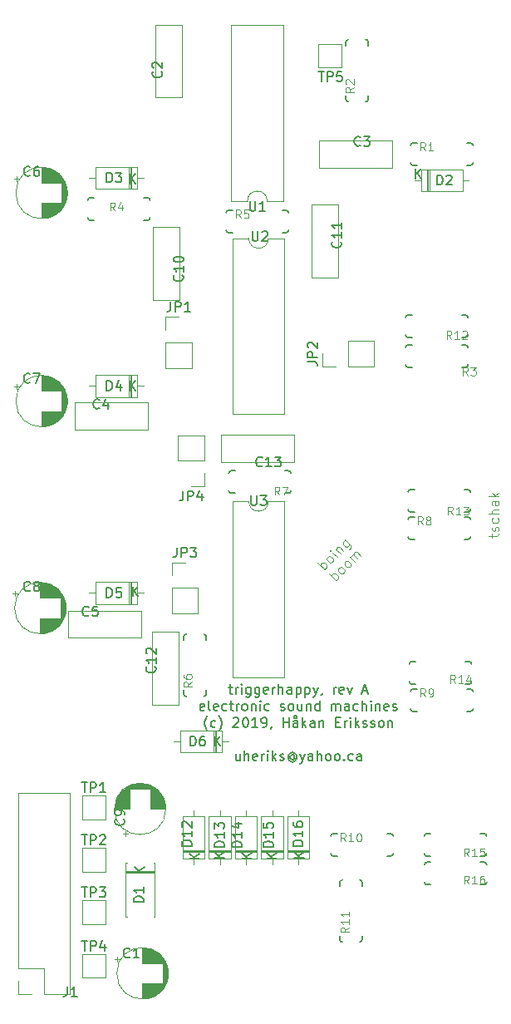
<source format=gto>
G04 #@! TF.GenerationSoftware,KiCad,Pcbnew,(5.0.0-3-g5ebb6b6)*
G04 #@! TF.CreationDate,2019-04-25T19:55:48+02:00*
G04 #@! TF.ProjectId,triggerhappy,7472696767657268617070792E6B6963,rev?*
G04 #@! TF.SameCoordinates,Original*
G04 #@! TF.FileFunction,Legend,Top*
G04 #@! TF.FilePolarity,Positive*
%FSLAX46Y46*%
G04 Gerber Fmt 4.6, Leading zero omitted, Abs format (unit mm)*
G04 Created by KiCad (PCBNEW (5.0.0-3-g5ebb6b6)) date Thursday 25 April 2019 19:55:48*
%MOMM*%
%LPD*%
G01*
G04 APERTURE LIST*
%ADD10C,0.100000*%
%ADD11C,0.200000*%
%ADD12C,0.120000*%
%ADD13C,0.152400*%
%ADD14C,0.150000*%
%ADD15C,0.088900*%
G04 APERTURE END LIST*
D10*
X226607714Y-97964333D02*
X226607714Y-97583380D01*
X226274380Y-97821476D02*
X227131523Y-97821476D01*
X227226761Y-97773857D01*
X227274380Y-97678619D01*
X227274380Y-97583380D01*
X227226761Y-97297666D02*
X227274380Y-97202428D01*
X227274380Y-97011952D01*
X227226761Y-96916714D01*
X227131523Y-96869095D01*
X227083904Y-96869095D01*
X226988666Y-96916714D01*
X226941047Y-97011952D01*
X226941047Y-97154809D01*
X226893428Y-97250047D01*
X226798190Y-97297666D01*
X226750571Y-97297666D01*
X226655333Y-97250047D01*
X226607714Y-97154809D01*
X226607714Y-97011952D01*
X226655333Y-96916714D01*
X227226761Y-96011952D02*
X227274380Y-96107190D01*
X227274380Y-96297666D01*
X227226761Y-96392904D01*
X227179142Y-96440523D01*
X227083904Y-96488142D01*
X226798190Y-96488142D01*
X226702952Y-96440523D01*
X226655333Y-96392904D01*
X226607714Y-96297666D01*
X226607714Y-96107190D01*
X226655333Y-96011952D01*
X227274380Y-95583380D02*
X226274380Y-95583380D01*
X227274380Y-95154809D02*
X226750571Y-95154809D01*
X226655333Y-95202428D01*
X226607714Y-95297666D01*
X226607714Y-95440523D01*
X226655333Y-95535761D01*
X226702952Y-95583380D01*
X227274380Y-94250047D02*
X226750571Y-94250047D01*
X226655333Y-94297666D01*
X226607714Y-94392904D01*
X226607714Y-94583380D01*
X226655333Y-94678619D01*
X227226761Y-94250047D02*
X227274380Y-94345285D01*
X227274380Y-94583380D01*
X227226761Y-94678619D01*
X227131523Y-94726238D01*
X227036285Y-94726238D01*
X226941047Y-94678619D01*
X226893428Y-94583380D01*
X226893428Y-94345285D01*
X226845809Y-94250047D01*
X227274380Y-93773857D02*
X226274380Y-93773857D01*
X226893428Y-93678619D02*
X227274380Y-93392904D01*
X226607714Y-93392904D02*
X226988666Y-93773857D01*
X209548670Y-101236723D02*
X208841563Y-100529616D01*
X209110937Y-100798990D02*
X209144609Y-100697975D01*
X209279296Y-100563288D01*
X209380311Y-100529616D01*
X209447654Y-100529616D01*
X209548670Y-100563288D01*
X209750700Y-100765318D01*
X209784372Y-100866333D01*
X209784372Y-100933677D01*
X209750700Y-101034692D01*
X209616013Y-101169379D01*
X209514998Y-101203051D01*
X210289448Y-100495944D02*
X210188433Y-100529616D01*
X210121089Y-100529616D01*
X210020074Y-100495944D01*
X209818044Y-100293914D01*
X209784372Y-100192898D01*
X209784372Y-100125555D01*
X209818044Y-100024540D01*
X209919059Y-99923524D01*
X210020074Y-99889853D01*
X210087418Y-99889853D01*
X210188433Y-99923524D01*
X210390463Y-100125555D01*
X210424135Y-100226570D01*
X210424135Y-100293914D01*
X210390463Y-100394929D01*
X210289448Y-100495944D01*
X210828196Y-99957196D02*
X210356792Y-99485792D01*
X210121089Y-99250089D02*
X210121089Y-99317433D01*
X210188433Y-99317433D01*
X210188433Y-99250089D01*
X210121089Y-99250089D01*
X210188433Y-99317433D01*
X210693509Y-99149074D02*
X211164914Y-99620479D01*
X210760853Y-99216418D02*
X210760853Y-99149074D01*
X210794524Y-99048059D01*
X210895540Y-98947044D01*
X210996555Y-98913372D01*
X211097570Y-98947044D01*
X211467959Y-99317433D01*
X211636318Y-98206265D02*
X212208738Y-98778685D01*
X212242410Y-98879700D01*
X212242410Y-98947044D01*
X212208738Y-99048059D01*
X212107723Y-99149074D01*
X212006707Y-99182746D01*
X212074051Y-98643998D02*
X212040379Y-98745013D01*
X211905692Y-98879700D01*
X211804677Y-98913372D01*
X211737333Y-98913372D01*
X211636318Y-98879700D01*
X211434288Y-98677670D01*
X211400616Y-98576654D01*
X211400616Y-98509311D01*
X211434288Y-98408296D01*
X211568975Y-98273609D01*
X211669990Y-98239937D01*
X210696876Y-102351258D02*
X209989770Y-101644151D01*
X210259144Y-101913525D02*
X210292815Y-101812510D01*
X210427502Y-101677823D01*
X210528518Y-101644151D01*
X210595861Y-101644151D01*
X210696876Y-101677823D01*
X210898907Y-101879853D01*
X210932579Y-101980869D01*
X210932579Y-102048212D01*
X210898907Y-102149227D01*
X210764220Y-102283914D01*
X210663205Y-102317586D01*
X211437655Y-101610479D02*
X211336640Y-101644151D01*
X211269296Y-101644151D01*
X211168281Y-101610479D01*
X210966250Y-101408449D01*
X210932579Y-101307434D01*
X210932579Y-101240090D01*
X210966250Y-101139075D01*
X211067266Y-101038060D01*
X211168281Y-101004388D01*
X211235624Y-101004388D01*
X211336640Y-101038060D01*
X211538670Y-101240090D01*
X211572342Y-101341105D01*
X211572342Y-101408449D01*
X211538670Y-101509464D01*
X211437655Y-101610479D01*
X212077418Y-100970716D02*
X211976403Y-101004388D01*
X211909060Y-101004388D01*
X211808044Y-100970716D01*
X211606014Y-100768686D01*
X211572342Y-100667670D01*
X211572342Y-100600327D01*
X211606014Y-100499311D01*
X211707029Y-100398296D01*
X211808044Y-100364624D01*
X211875388Y-100364624D01*
X211976403Y-100398296D01*
X212178434Y-100600327D01*
X212212105Y-100701342D01*
X212212105Y-100768686D01*
X212178434Y-100869701D01*
X212077418Y-100970716D01*
X212616166Y-100431968D02*
X212144762Y-99960563D01*
X212212105Y-100027907D02*
X212212105Y-99960563D01*
X212245777Y-99859548D01*
X212346792Y-99758533D01*
X212447808Y-99724861D01*
X212548823Y-99758533D01*
X212919212Y-100128922D01*
X212548823Y-99758533D02*
X212515151Y-99657518D01*
X212548823Y-99556502D01*
X212649838Y-99455487D01*
X212750853Y-99421815D01*
X212851869Y-99455487D01*
X213222258Y-99825876D01*
D11*
X199763952Y-113225714D02*
X200144904Y-113225714D01*
X199906809Y-112892380D02*
X199906809Y-113749523D01*
X199954428Y-113844761D01*
X200049666Y-113892380D01*
X200144904Y-113892380D01*
X200478238Y-113892380D02*
X200478238Y-113225714D01*
X200478238Y-113416190D02*
X200525857Y-113320952D01*
X200573476Y-113273333D01*
X200668714Y-113225714D01*
X200763952Y-113225714D01*
X201097285Y-113892380D02*
X201097285Y-113225714D01*
X201097285Y-112892380D02*
X201049666Y-112940000D01*
X201097285Y-112987619D01*
X201144904Y-112940000D01*
X201097285Y-112892380D01*
X201097285Y-112987619D01*
X202002047Y-113225714D02*
X202002047Y-114035238D01*
X201954428Y-114130476D01*
X201906809Y-114178095D01*
X201811571Y-114225714D01*
X201668714Y-114225714D01*
X201573476Y-114178095D01*
X202002047Y-113844761D02*
X201906809Y-113892380D01*
X201716333Y-113892380D01*
X201621095Y-113844761D01*
X201573476Y-113797142D01*
X201525857Y-113701904D01*
X201525857Y-113416190D01*
X201573476Y-113320952D01*
X201621095Y-113273333D01*
X201716333Y-113225714D01*
X201906809Y-113225714D01*
X202002047Y-113273333D01*
X202906809Y-113225714D02*
X202906809Y-114035238D01*
X202859190Y-114130476D01*
X202811571Y-114178095D01*
X202716333Y-114225714D01*
X202573476Y-114225714D01*
X202478238Y-114178095D01*
X202906809Y-113844761D02*
X202811571Y-113892380D01*
X202621095Y-113892380D01*
X202525857Y-113844761D01*
X202478238Y-113797142D01*
X202430619Y-113701904D01*
X202430619Y-113416190D01*
X202478238Y-113320952D01*
X202525857Y-113273333D01*
X202621095Y-113225714D01*
X202811571Y-113225714D01*
X202906809Y-113273333D01*
X203763952Y-113844761D02*
X203668714Y-113892380D01*
X203478238Y-113892380D01*
X203383000Y-113844761D01*
X203335380Y-113749523D01*
X203335380Y-113368571D01*
X203383000Y-113273333D01*
X203478238Y-113225714D01*
X203668714Y-113225714D01*
X203763952Y-113273333D01*
X203811571Y-113368571D01*
X203811571Y-113463809D01*
X203335380Y-113559047D01*
X204240142Y-113892380D02*
X204240142Y-113225714D01*
X204240142Y-113416190D02*
X204287761Y-113320952D01*
X204335380Y-113273333D01*
X204430619Y-113225714D01*
X204525857Y-113225714D01*
X204859190Y-113892380D02*
X204859190Y-112892380D01*
X205287761Y-113892380D02*
X205287761Y-113368571D01*
X205240142Y-113273333D01*
X205144904Y-113225714D01*
X205002047Y-113225714D01*
X204906809Y-113273333D01*
X204859190Y-113320952D01*
X206192523Y-113892380D02*
X206192523Y-113368571D01*
X206144904Y-113273333D01*
X206049666Y-113225714D01*
X205859190Y-113225714D01*
X205763952Y-113273333D01*
X206192523Y-113844761D02*
X206097285Y-113892380D01*
X205859190Y-113892380D01*
X205763952Y-113844761D01*
X205716333Y-113749523D01*
X205716333Y-113654285D01*
X205763952Y-113559047D01*
X205859190Y-113511428D01*
X206097285Y-113511428D01*
X206192523Y-113463809D01*
X206668714Y-113225714D02*
X206668714Y-114225714D01*
X206668714Y-113273333D02*
X206763952Y-113225714D01*
X206954428Y-113225714D01*
X207049666Y-113273333D01*
X207097285Y-113320952D01*
X207144904Y-113416190D01*
X207144904Y-113701904D01*
X207097285Y-113797142D01*
X207049666Y-113844761D01*
X206954428Y-113892380D01*
X206763952Y-113892380D01*
X206668714Y-113844761D01*
X207573476Y-113225714D02*
X207573476Y-114225714D01*
X207573476Y-113273333D02*
X207668714Y-113225714D01*
X207859190Y-113225714D01*
X207954428Y-113273333D01*
X208002047Y-113320952D01*
X208049666Y-113416190D01*
X208049666Y-113701904D01*
X208002047Y-113797142D01*
X207954428Y-113844761D01*
X207859190Y-113892380D01*
X207668714Y-113892380D01*
X207573476Y-113844761D01*
X208383000Y-113225714D02*
X208621095Y-113892380D01*
X208859190Y-113225714D02*
X208621095Y-113892380D01*
X208525857Y-114130476D01*
X208478238Y-114178095D01*
X208383000Y-114225714D01*
X209287761Y-113844761D02*
X209287761Y-113892380D01*
X209240142Y-113987619D01*
X209192523Y-114035238D01*
X210478238Y-113892380D02*
X210478238Y-113225714D01*
X210478238Y-113416190D02*
X210525857Y-113320952D01*
X210573476Y-113273333D01*
X210668714Y-113225714D01*
X210763952Y-113225714D01*
X211478238Y-113844761D02*
X211383000Y-113892380D01*
X211192523Y-113892380D01*
X211097285Y-113844761D01*
X211049666Y-113749523D01*
X211049666Y-113368571D01*
X211097285Y-113273333D01*
X211192523Y-113225714D01*
X211383000Y-113225714D01*
X211478238Y-113273333D01*
X211525857Y-113368571D01*
X211525857Y-113463809D01*
X211049666Y-113559047D01*
X211859190Y-113225714D02*
X212097285Y-113892380D01*
X212335380Y-113225714D01*
X213430619Y-113606666D02*
X213906809Y-113606666D01*
X213335380Y-113892380D02*
X213668714Y-112892380D01*
X214002047Y-113892380D01*
X197287761Y-115544761D02*
X197192523Y-115592380D01*
X197002047Y-115592380D01*
X196906809Y-115544761D01*
X196859190Y-115449523D01*
X196859190Y-115068571D01*
X196906809Y-114973333D01*
X197002047Y-114925714D01*
X197192523Y-114925714D01*
X197287761Y-114973333D01*
X197335380Y-115068571D01*
X197335380Y-115163809D01*
X196859190Y-115259047D01*
X197906809Y-115592380D02*
X197811571Y-115544761D01*
X197763952Y-115449523D01*
X197763952Y-114592380D01*
X198668714Y-115544761D02*
X198573476Y-115592380D01*
X198383000Y-115592380D01*
X198287761Y-115544761D01*
X198240142Y-115449523D01*
X198240142Y-115068571D01*
X198287761Y-114973333D01*
X198383000Y-114925714D01*
X198573476Y-114925714D01*
X198668714Y-114973333D01*
X198716333Y-115068571D01*
X198716333Y-115163809D01*
X198240142Y-115259047D01*
X199573476Y-115544761D02*
X199478238Y-115592380D01*
X199287761Y-115592380D01*
X199192523Y-115544761D01*
X199144904Y-115497142D01*
X199097285Y-115401904D01*
X199097285Y-115116190D01*
X199144904Y-115020952D01*
X199192523Y-114973333D01*
X199287761Y-114925714D01*
X199478238Y-114925714D01*
X199573476Y-114973333D01*
X199859190Y-114925714D02*
X200240142Y-114925714D01*
X200002047Y-114592380D02*
X200002047Y-115449523D01*
X200049666Y-115544761D01*
X200144904Y-115592380D01*
X200240142Y-115592380D01*
X200573476Y-115592380D02*
X200573476Y-114925714D01*
X200573476Y-115116190D02*
X200621095Y-115020952D01*
X200668714Y-114973333D01*
X200763952Y-114925714D01*
X200859190Y-114925714D01*
X201335380Y-115592380D02*
X201240142Y-115544761D01*
X201192523Y-115497142D01*
X201144904Y-115401904D01*
X201144904Y-115116190D01*
X201192523Y-115020952D01*
X201240142Y-114973333D01*
X201335380Y-114925714D01*
X201478238Y-114925714D01*
X201573476Y-114973333D01*
X201621095Y-115020952D01*
X201668714Y-115116190D01*
X201668714Y-115401904D01*
X201621095Y-115497142D01*
X201573476Y-115544761D01*
X201478238Y-115592380D01*
X201335380Y-115592380D01*
X202097285Y-114925714D02*
X202097285Y-115592380D01*
X202097285Y-115020952D02*
X202144904Y-114973333D01*
X202240142Y-114925714D01*
X202383000Y-114925714D01*
X202478238Y-114973333D01*
X202525857Y-115068571D01*
X202525857Y-115592380D01*
X203002047Y-115592380D02*
X203002047Y-114925714D01*
X203002047Y-114592380D02*
X202954428Y-114640000D01*
X203002047Y-114687619D01*
X203049666Y-114640000D01*
X203002047Y-114592380D01*
X203002047Y-114687619D01*
X203906809Y-115544761D02*
X203811571Y-115592380D01*
X203621095Y-115592380D01*
X203525857Y-115544761D01*
X203478238Y-115497142D01*
X203430619Y-115401904D01*
X203430619Y-115116190D01*
X203478238Y-115020952D01*
X203525857Y-114973333D01*
X203621095Y-114925714D01*
X203811571Y-114925714D01*
X203906809Y-114973333D01*
X205049666Y-115544761D02*
X205144904Y-115592380D01*
X205335380Y-115592380D01*
X205430619Y-115544761D01*
X205478238Y-115449523D01*
X205478238Y-115401904D01*
X205430619Y-115306666D01*
X205335380Y-115259047D01*
X205192523Y-115259047D01*
X205097285Y-115211428D01*
X205049666Y-115116190D01*
X205049666Y-115068571D01*
X205097285Y-114973333D01*
X205192523Y-114925714D01*
X205335380Y-114925714D01*
X205430619Y-114973333D01*
X206049666Y-115592380D02*
X205954428Y-115544761D01*
X205906809Y-115497142D01*
X205859190Y-115401904D01*
X205859190Y-115116190D01*
X205906809Y-115020952D01*
X205954428Y-114973333D01*
X206049666Y-114925714D01*
X206192523Y-114925714D01*
X206287761Y-114973333D01*
X206335380Y-115020952D01*
X206383000Y-115116190D01*
X206383000Y-115401904D01*
X206335380Y-115497142D01*
X206287761Y-115544761D01*
X206192523Y-115592380D01*
X206049666Y-115592380D01*
X207240142Y-114925714D02*
X207240142Y-115592380D01*
X206811571Y-114925714D02*
X206811571Y-115449523D01*
X206859190Y-115544761D01*
X206954428Y-115592380D01*
X207097285Y-115592380D01*
X207192523Y-115544761D01*
X207240142Y-115497142D01*
X207716333Y-114925714D02*
X207716333Y-115592380D01*
X207716333Y-115020952D02*
X207763952Y-114973333D01*
X207859190Y-114925714D01*
X208002047Y-114925714D01*
X208097285Y-114973333D01*
X208144904Y-115068571D01*
X208144904Y-115592380D01*
X209049666Y-115592380D02*
X209049666Y-114592380D01*
X209049666Y-115544761D02*
X208954428Y-115592380D01*
X208763952Y-115592380D01*
X208668714Y-115544761D01*
X208621095Y-115497142D01*
X208573476Y-115401904D01*
X208573476Y-115116190D01*
X208621095Y-115020952D01*
X208668714Y-114973333D01*
X208763952Y-114925714D01*
X208954428Y-114925714D01*
X209049666Y-114973333D01*
X210287761Y-115592380D02*
X210287761Y-114925714D01*
X210287761Y-115020952D02*
X210335380Y-114973333D01*
X210430619Y-114925714D01*
X210573476Y-114925714D01*
X210668714Y-114973333D01*
X210716333Y-115068571D01*
X210716333Y-115592380D01*
X210716333Y-115068571D02*
X210763952Y-114973333D01*
X210859190Y-114925714D01*
X211002047Y-114925714D01*
X211097285Y-114973333D01*
X211144904Y-115068571D01*
X211144904Y-115592380D01*
X212049666Y-115592380D02*
X212049666Y-115068571D01*
X212002047Y-114973333D01*
X211906809Y-114925714D01*
X211716333Y-114925714D01*
X211621095Y-114973333D01*
X212049666Y-115544761D02*
X211954428Y-115592380D01*
X211716333Y-115592380D01*
X211621095Y-115544761D01*
X211573476Y-115449523D01*
X211573476Y-115354285D01*
X211621095Y-115259047D01*
X211716333Y-115211428D01*
X211954428Y-115211428D01*
X212049666Y-115163809D01*
X212954428Y-115544761D02*
X212859190Y-115592380D01*
X212668714Y-115592380D01*
X212573476Y-115544761D01*
X212525857Y-115497142D01*
X212478238Y-115401904D01*
X212478238Y-115116190D01*
X212525857Y-115020952D01*
X212573476Y-114973333D01*
X212668714Y-114925714D01*
X212859190Y-114925714D01*
X212954428Y-114973333D01*
X213383000Y-115592380D02*
X213383000Y-114592380D01*
X213811571Y-115592380D02*
X213811571Y-115068571D01*
X213763952Y-114973333D01*
X213668714Y-114925714D01*
X213525857Y-114925714D01*
X213430619Y-114973333D01*
X213383000Y-115020952D01*
X214287761Y-115592380D02*
X214287761Y-114925714D01*
X214287761Y-114592380D02*
X214240142Y-114640000D01*
X214287761Y-114687619D01*
X214335380Y-114640000D01*
X214287761Y-114592380D01*
X214287761Y-114687619D01*
X214763952Y-114925714D02*
X214763952Y-115592380D01*
X214763952Y-115020952D02*
X214811571Y-114973333D01*
X214906809Y-114925714D01*
X215049666Y-114925714D01*
X215144904Y-114973333D01*
X215192523Y-115068571D01*
X215192523Y-115592380D01*
X216049666Y-115544761D02*
X215954428Y-115592380D01*
X215763952Y-115592380D01*
X215668714Y-115544761D01*
X215621095Y-115449523D01*
X215621095Y-115068571D01*
X215668714Y-114973333D01*
X215763952Y-114925714D01*
X215954428Y-114925714D01*
X216049666Y-114973333D01*
X216097285Y-115068571D01*
X216097285Y-115163809D01*
X215621095Y-115259047D01*
X216478238Y-115544761D02*
X216573476Y-115592380D01*
X216763952Y-115592380D01*
X216859190Y-115544761D01*
X216906809Y-115449523D01*
X216906809Y-115401904D01*
X216859190Y-115306666D01*
X216763952Y-115259047D01*
X216621095Y-115259047D01*
X216525857Y-115211428D01*
X216478238Y-115116190D01*
X216478238Y-115068571D01*
X216525857Y-114973333D01*
X216621095Y-114925714D01*
X216763952Y-114925714D01*
X216859190Y-114973333D01*
X197621095Y-117673333D02*
X197573476Y-117625714D01*
X197478238Y-117482857D01*
X197430619Y-117387619D01*
X197383000Y-117244761D01*
X197335380Y-117006666D01*
X197335380Y-116816190D01*
X197383000Y-116578095D01*
X197430619Y-116435238D01*
X197478238Y-116340000D01*
X197573476Y-116197142D01*
X197621095Y-116149523D01*
X198430619Y-117244761D02*
X198335380Y-117292380D01*
X198144904Y-117292380D01*
X198049666Y-117244761D01*
X198002047Y-117197142D01*
X197954428Y-117101904D01*
X197954428Y-116816190D01*
X198002047Y-116720952D01*
X198049666Y-116673333D01*
X198144904Y-116625714D01*
X198335380Y-116625714D01*
X198430619Y-116673333D01*
X198763952Y-117673333D02*
X198811571Y-117625714D01*
X198906809Y-117482857D01*
X198954428Y-117387619D01*
X199002047Y-117244761D01*
X199049666Y-117006666D01*
X199049666Y-116816190D01*
X199002047Y-116578095D01*
X198954428Y-116435238D01*
X198906809Y-116340000D01*
X198811571Y-116197142D01*
X198763952Y-116149523D01*
X200240142Y-116387619D02*
X200287761Y-116340000D01*
X200383000Y-116292380D01*
X200621095Y-116292380D01*
X200716333Y-116340000D01*
X200763952Y-116387619D01*
X200811571Y-116482857D01*
X200811571Y-116578095D01*
X200763952Y-116720952D01*
X200192523Y-117292380D01*
X200811571Y-117292380D01*
X201430619Y-116292380D02*
X201525857Y-116292380D01*
X201621095Y-116340000D01*
X201668714Y-116387619D01*
X201716333Y-116482857D01*
X201763952Y-116673333D01*
X201763952Y-116911428D01*
X201716333Y-117101904D01*
X201668714Y-117197142D01*
X201621095Y-117244761D01*
X201525857Y-117292380D01*
X201430619Y-117292380D01*
X201335380Y-117244761D01*
X201287761Y-117197142D01*
X201240142Y-117101904D01*
X201192523Y-116911428D01*
X201192523Y-116673333D01*
X201240142Y-116482857D01*
X201287761Y-116387619D01*
X201335380Y-116340000D01*
X201430619Y-116292380D01*
X202716333Y-117292380D02*
X202144904Y-117292380D01*
X202430619Y-117292380D02*
X202430619Y-116292380D01*
X202335380Y-116435238D01*
X202240142Y-116530476D01*
X202144904Y-116578095D01*
X203192523Y-117292380D02*
X203383000Y-117292380D01*
X203478238Y-117244761D01*
X203525857Y-117197142D01*
X203621095Y-117054285D01*
X203668714Y-116863809D01*
X203668714Y-116482857D01*
X203621095Y-116387619D01*
X203573476Y-116340000D01*
X203478238Y-116292380D01*
X203287761Y-116292380D01*
X203192523Y-116340000D01*
X203144904Y-116387619D01*
X203097285Y-116482857D01*
X203097285Y-116720952D01*
X203144904Y-116816190D01*
X203192523Y-116863809D01*
X203287761Y-116911428D01*
X203478238Y-116911428D01*
X203573476Y-116863809D01*
X203621095Y-116816190D01*
X203668714Y-116720952D01*
X204144904Y-117244761D02*
X204144904Y-117292380D01*
X204097285Y-117387619D01*
X204049666Y-117435238D01*
X205335380Y-117292380D02*
X205335380Y-116292380D01*
X205335380Y-116768571D02*
X205906809Y-116768571D01*
X205906809Y-117292380D02*
X205906809Y-116292380D01*
X206811571Y-117292380D02*
X206811571Y-116768571D01*
X206763952Y-116673333D01*
X206668714Y-116625714D01*
X206478238Y-116625714D01*
X206383000Y-116673333D01*
X206811571Y-117244761D02*
X206716333Y-117292380D01*
X206478238Y-117292380D01*
X206383000Y-117244761D01*
X206335380Y-117149523D01*
X206335380Y-117054285D01*
X206383000Y-116959047D01*
X206478238Y-116911428D01*
X206716333Y-116911428D01*
X206811571Y-116863809D01*
X206573476Y-116387619D02*
X206478238Y-116340000D01*
X206430619Y-116244761D01*
X206478238Y-116149523D01*
X206573476Y-116101904D01*
X206668714Y-116149523D01*
X206716333Y-116244761D01*
X206668714Y-116340000D01*
X206573476Y-116387619D01*
X207287761Y-117292380D02*
X207287761Y-116292380D01*
X207383000Y-116911428D02*
X207668714Y-117292380D01*
X207668714Y-116625714D02*
X207287761Y-117006666D01*
X208525857Y-117292380D02*
X208525857Y-116768571D01*
X208478238Y-116673333D01*
X208383000Y-116625714D01*
X208192523Y-116625714D01*
X208097285Y-116673333D01*
X208525857Y-117244761D02*
X208430619Y-117292380D01*
X208192523Y-117292380D01*
X208097285Y-117244761D01*
X208049666Y-117149523D01*
X208049666Y-117054285D01*
X208097285Y-116959047D01*
X208192523Y-116911428D01*
X208430619Y-116911428D01*
X208525857Y-116863809D01*
X209002047Y-116625714D02*
X209002047Y-117292380D01*
X209002047Y-116720952D02*
X209049666Y-116673333D01*
X209144904Y-116625714D01*
X209287761Y-116625714D01*
X209383000Y-116673333D01*
X209430619Y-116768571D01*
X209430619Y-117292380D01*
X210668714Y-116768571D02*
X211002047Y-116768571D01*
X211144904Y-117292380D02*
X210668714Y-117292380D01*
X210668714Y-116292380D01*
X211144904Y-116292380D01*
X211573476Y-117292380D02*
X211573476Y-116625714D01*
X211573476Y-116816190D02*
X211621095Y-116720952D01*
X211668714Y-116673333D01*
X211763952Y-116625714D01*
X211859190Y-116625714D01*
X212192523Y-117292380D02*
X212192523Y-116625714D01*
X212192523Y-116292380D02*
X212144904Y-116340000D01*
X212192523Y-116387619D01*
X212240142Y-116340000D01*
X212192523Y-116292380D01*
X212192523Y-116387619D01*
X212668714Y-117292380D02*
X212668714Y-116292380D01*
X212763952Y-116911428D02*
X213049666Y-117292380D01*
X213049666Y-116625714D02*
X212668714Y-117006666D01*
X213430619Y-117244761D02*
X213525857Y-117292380D01*
X213716333Y-117292380D01*
X213811571Y-117244761D01*
X213859190Y-117149523D01*
X213859190Y-117101904D01*
X213811571Y-117006666D01*
X213716333Y-116959047D01*
X213573476Y-116959047D01*
X213478238Y-116911428D01*
X213430619Y-116816190D01*
X213430619Y-116768571D01*
X213478238Y-116673333D01*
X213573476Y-116625714D01*
X213716333Y-116625714D01*
X213811571Y-116673333D01*
X214240142Y-117244761D02*
X214335380Y-117292380D01*
X214525857Y-117292380D01*
X214621095Y-117244761D01*
X214668714Y-117149523D01*
X214668714Y-117101904D01*
X214621095Y-117006666D01*
X214525857Y-116959047D01*
X214383000Y-116959047D01*
X214287761Y-116911428D01*
X214240142Y-116816190D01*
X214240142Y-116768571D01*
X214287761Y-116673333D01*
X214383000Y-116625714D01*
X214525857Y-116625714D01*
X214621095Y-116673333D01*
X215240142Y-117292380D02*
X215144904Y-117244761D01*
X215097285Y-117197142D01*
X215049666Y-117101904D01*
X215049666Y-116816190D01*
X215097285Y-116720952D01*
X215144904Y-116673333D01*
X215240142Y-116625714D01*
X215383000Y-116625714D01*
X215478238Y-116673333D01*
X215525857Y-116720952D01*
X215573476Y-116816190D01*
X215573476Y-117101904D01*
X215525857Y-117197142D01*
X215478238Y-117244761D01*
X215383000Y-117292380D01*
X215240142Y-117292380D01*
X216002047Y-116625714D02*
X216002047Y-117292380D01*
X216002047Y-116720952D02*
X216049666Y-116673333D01*
X216144904Y-116625714D01*
X216287761Y-116625714D01*
X216383000Y-116673333D01*
X216430619Y-116768571D01*
X216430619Y-117292380D01*
X200906809Y-120025714D02*
X200906809Y-120692380D01*
X200478238Y-120025714D02*
X200478238Y-120549523D01*
X200525857Y-120644761D01*
X200621095Y-120692380D01*
X200763952Y-120692380D01*
X200859190Y-120644761D01*
X200906809Y-120597142D01*
X201383000Y-120692380D02*
X201383000Y-119692380D01*
X201811571Y-120692380D02*
X201811571Y-120168571D01*
X201763952Y-120073333D01*
X201668714Y-120025714D01*
X201525857Y-120025714D01*
X201430619Y-120073333D01*
X201383000Y-120120952D01*
X202668714Y-120644761D02*
X202573476Y-120692380D01*
X202383000Y-120692380D01*
X202287761Y-120644761D01*
X202240142Y-120549523D01*
X202240142Y-120168571D01*
X202287761Y-120073333D01*
X202383000Y-120025714D01*
X202573476Y-120025714D01*
X202668714Y-120073333D01*
X202716333Y-120168571D01*
X202716333Y-120263809D01*
X202240142Y-120359047D01*
X203144904Y-120692380D02*
X203144904Y-120025714D01*
X203144904Y-120216190D02*
X203192523Y-120120952D01*
X203240142Y-120073333D01*
X203335380Y-120025714D01*
X203430619Y-120025714D01*
X203763952Y-120692380D02*
X203763952Y-120025714D01*
X203763952Y-119692380D02*
X203716333Y-119740000D01*
X203763952Y-119787619D01*
X203811571Y-119740000D01*
X203763952Y-119692380D01*
X203763952Y-119787619D01*
X204240142Y-120692380D02*
X204240142Y-119692380D01*
X204335380Y-120311428D02*
X204621095Y-120692380D01*
X204621095Y-120025714D02*
X204240142Y-120406666D01*
X205002047Y-120644761D02*
X205097285Y-120692380D01*
X205287761Y-120692380D01*
X205383000Y-120644761D01*
X205430619Y-120549523D01*
X205430619Y-120501904D01*
X205383000Y-120406666D01*
X205287761Y-120359047D01*
X205144904Y-120359047D01*
X205049666Y-120311428D01*
X205002047Y-120216190D01*
X205002047Y-120168571D01*
X205049666Y-120073333D01*
X205144904Y-120025714D01*
X205287761Y-120025714D01*
X205383000Y-120073333D01*
X206478238Y-120216190D02*
X206430619Y-120168571D01*
X206335380Y-120120952D01*
X206240142Y-120120952D01*
X206144904Y-120168571D01*
X206097285Y-120216190D01*
X206049666Y-120311428D01*
X206049666Y-120406666D01*
X206097285Y-120501904D01*
X206144904Y-120549523D01*
X206240142Y-120597142D01*
X206335380Y-120597142D01*
X206430619Y-120549523D01*
X206478238Y-120501904D01*
X206478238Y-120120952D02*
X206478238Y-120501904D01*
X206525857Y-120549523D01*
X206573476Y-120549523D01*
X206668714Y-120501904D01*
X206716333Y-120406666D01*
X206716333Y-120168571D01*
X206621095Y-120025714D01*
X206478238Y-119930476D01*
X206287761Y-119882857D01*
X206097285Y-119930476D01*
X205954428Y-120025714D01*
X205859190Y-120168571D01*
X205811571Y-120359047D01*
X205859190Y-120549523D01*
X205954428Y-120692380D01*
X206097285Y-120787619D01*
X206287761Y-120835238D01*
X206478238Y-120787619D01*
X206621095Y-120692380D01*
X207049666Y-120025714D02*
X207287761Y-120692380D01*
X207525857Y-120025714D02*
X207287761Y-120692380D01*
X207192523Y-120930476D01*
X207144904Y-120978095D01*
X207049666Y-121025714D01*
X208335380Y-120692380D02*
X208335380Y-120168571D01*
X208287761Y-120073333D01*
X208192523Y-120025714D01*
X208002047Y-120025714D01*
X207906809Y-120073333D01*
X208335380Y-120644761D02*
X208240142Y-120692380D01*
X208002047Y-120692380D01*
X207906809Y-120644761D01*
X207859190Y-120549523D01*
X207859190Y-120454285D01*
X207906809Y-120359047D01*
X208002047Y-120311428D01*
X208240142Y-120311428D01*
X208335380Y-120263809D01*
X208811571Y-120692380D02*
X208811571Y-119692380D01*
X209240142Y-120692380D02*
X209240142Y-120168571D01*
X209192523Y-120073333D01*
X209097285Y-120025714D01*
X208954428Y-120025714D01*
X208859190Y-120073333D01*
X208811571Y-120120952D01*
X209859190Y-120692380D02*
X209763952Y-120644761D01*
X209716333Y-120597142D01*
X209668714Y-120501904D01*
X209668714Y-120216190D01*
X209716333Y-120120952D01*
X209763952Y-120073333D01*
X209859190Y-120025714D01*
X210002047Y-120025714D01*
X210097285Y-120073333D01*
X210144904Y-120120952D01*
X210192523Y-120216190D01*
X210192523Y-120501904D01*
X210144904Y-120597142D01*
X210097285Y-120644761D01*
X210002047Y-120692380D01*
X209859190Y-120692380D01*
X210763952Y-120692380D02*
X210668714Y-120644761D01*
X210621095Y-120597142D01*
X210573476Y-120501904D01*
X210573476Y-120216190D01*
X210621095Y-120120952D01*
X210668714Y-120073333D01*
X210763952Y-120025714D01*
X210906809Y-120025714D01*
X211002047Y-120073333D01*
X211049666Y-120120952D01*
X211097285Y-120216190D01*
X211097285Y-120501904D01*
X211049666Y-120597142D01*
X211002047Y-120644761D01*
X210906809Y-120692380D01*
X210763952Y-120692380D01*
X211525857Y-120597142D02*
X211573476Y-120644761D01*
X211525857Y-120692380D01*
X211478238Y-120644761D01*
X211525857Y-120597142D01*
X211525857Y-120692380D01*
X212430619Y-120644761D02*
X212335380Y-120692380D01*
X212144904Y-120692380D01*
X212049666Y-120644761D01*
X212002047Y-120597142D01*
X211954428Y-120501904D01*
X211954428Y-120216190D01*
X212002047Y-120120952D01*
X212049666Y-120073333D01*
X212144904Y-120025714D01*
X212335380Y-120025714D01*
X212430619Y-120073333D01*
X213287761Y-120692380D02*
X213287761Y-120168571D01*
X213240142Y-120073333D01*
X213144904Y-120025714D01*
X212954428Y-120025714D01*
X212859190Y-120073333D01*
X213287761Y-120644761D02*
X213192523Y-120692380D01*
X212954428Y-120692380D01*
X212859190Y-120644761D01*
X212811571Y-120549523D01*
X212811571Y-120454285D01*
X212859190Y-120359047D01*
X212954428Y-120311428D01*
X213192523Y-120311428D01*
X213287761Y-120263809D01*
D12*
G04 #@! TO.C,C1*
X188437225Y-140642000D02*
X188437225Y-141142000D01*
X188187225Y-140892000D02*
X188687225Y-140892000D01*
X193593000Y-142083000D02*
X193593000Y-142651000D01*
X193553000Y-141849000D02*
X193553000Y-142885000D01*
X193513000Y-141690000D02*
X193513000Y-143044000D01*
X193473000Y-141562000D02*
X193473000Y-143172000D01*
X193433000Y-141452000D02*
X193433000Y-143282000D01*
X193393000Y-141356000D02*
X193393000Y-143378000D01*
X193353000Y-141269000D02*
X193353000Y-143465000D01*
X193313000Y-141189000D02*
X193313000Y-143545000D01*
X193273000Y-141116000D02*
X193273000Y-143618000D01*
X193233000Y-141048000D02*
X193233000Y-143686000D01*
X193193000Y-140984000D02*
X193193000Y-143750000D01*
X193153000Y-140924000D02*
X193153000Y-143810000D01*
X193113000Y-140867000D02*
X193113000Y-143867000D01*
X193073000Y-140813000D02*
X193073000Y-143921000D01*
X193033000Y-140762000D02*
X193033000Y-143972000D01*
X192993000Y-143407000D02*
X192993000Y-144020000D01*
X192993000Y-140714000D02*
X192993000Y-141327000D01*
X192953000Y-143407000D02*
X192953000Y-144066000D01*
X192953000Y-140668000D02*
X192953000Y-141327000D01*
X192913000Y-143407000D02*
X192913000Y-144110000D01*
X192913000Y-140624000D02*
X192913000Y-141327000D01*
X192873000Y-143407000D02*
X192873000Y-144152000D01*
X192873000Y-140582000D02*
X192873000Y-141327000D01*
X192833000Y-143407000D02*
X192833000Y-144193000D01*
X192833000Y-140541000D02*
X192833000Y-141327000D01*
X192793000Y-143407000D02*
X192793000Y-144231000D01*
X192793000Y-140503000D02*
X192793000Y-141327000D01*
X192753000Y-143407000D02*
X192753000Y-144268000D01*
X192753000Y-140466000D02*
X192753000Y-141327000D01*
X192713000Y-143407000D02*
X192713000Y-144304000D01*
X192713000Y-140430000D02*
X192713000Y-141327000D01*
X192673000Y-143407000D02*
X192673000Y-144338000D01*
X192673000Y-140396000D02*
X192673000Y-141327000D01*
X192633000Y-143407000D02*
X192633000Y-144371000D01*
X192633000Y-140363000D02*
X192633000Y-141327000D01*
X192593000Y-143407000D02*
X192593000Y-144402000D01*
X192593000Y-140332000D02*
X192593000Y-141327000D01*
X192553000Y-143407000D02*
X192553000Y-144432000D01*
X192553000Y-140302000D02*
X192553000Y-141327000D01*
X192513000Y-143407000D02*
X192513000Y-144462000D01*
X192513000Y-140272000D02*
X192513000Y-141327000D01*
X192473000Y-143407000D02*
X192473000Y-144489000D01*
X192473000Y-140245000D02*
X192473000Y-141327000D01*
X192433000Y-143407000D02*
X192433000Y-144516000D01*
X192433000Y-140218000D02*
X192433000Y-141327000D01*
X192393000Y-143407000D02*
X192393000Y-144542000D01*
X192393000Y-140192000D02*
X192393000Y-141327000D01*
X192353000Y-143407000D02*
X192353000Y-144567000D01*
X192353000Y-140167000D02*
X192353000Y-141327000D01*
X192313000Y-143407000D02*
X192313000Y-144591000D01*
X192313000Y-140143000D02*
X192313000Y-141327000D01*
X192273000Y-143407000D02*
X192273000Y-144614000D01*
X192273000Y-140120000D02*
X192273000Y-141327000D01*
X192233000Y-143407000D02*
X192233000Y-144635000D01*
X192233000Y-140099000D02*
X192233000Y-141327000D01*
X192193000Y-143407000D02*
X192193000Y-144657000D01*
X192193000Y-140077000D02*
X192193000Y-141327000D01*
X192153000Y-143407000D02*
X192153000Y-144677000D01*
X192153000Y-140057000D02*
X192153000Y-141327000D01*
X192113000Y-143407000D02*
X192113000Y-144696000D01*
X192113000Y-140038000D02*
X192113000Y-141327000D01*
X192073000Y-143407000D02*
X192073000Y-144715000D01*
X192073000Y-140019000D02*
X192073000Y-141327000D01*
X192033000Y-143407000D02*
X192033000Y-144732000D01*
X192033000Y-140002000D02*
X192033000Y-141327000D01*
X191993000Y-143407000D02*
X191993000Y-144749000D01*
X191993000Y-139985000D02*
X191993000Y-141327000D01*
X191953000Y-143407000D02*
X191953000Y-144765000D01*
X191953000Y-139969000D02*
X191953000Y-141327000D01*
X191913000Y-143407000D02*
X191913000Y-144781000D01*
X191913000Y-139953000D02*
X191913000Y-141327000D01*
X191873000Y-143407000D02*
X191873000Y-144795000D01*
X191873000Y-139939000D02*
X191873000Y-141327000D01*
X191833000Y-143407000D02*
X191833000Y-144809000D01*
X191833000Y-139925000D02*
X191833000Y-141327000D01*
X191793000Y-143407000D02*
X191793000Y-144822000D01*
X191793000Y-139912000D02*
X191793000Y-141327000D01*
X191753000Y-143407000D02*
X191753000Y-144835000D01*
X191753000Y-139899000D02*
X191753000Y-141327000D01*
X191713000Y-143407000D02*
X191713000Y-144847000D01*
X191713000Y-139887000D02*
X191713000Y-141327000D01*
X191672000Y-143407000D02*
X191672000Y-144858000D01*
X191672000Y-139876000D02*
X191672000Y-141327000D01*
X191632000Y-143407000D02*
X191632000Y-144868000D01*
X191632000Y-139866000D02*
X191632000Y-141327000D01*
X191592000Y-143407000D02*
X191592000Y-144878000D01*
X191592000Y-139856000D02*
X191592000Y-141327000D01*
X191552000Y-143407000D02*
X191552000Y-144887000D01*
X191552000Y-139847000D02*
X191552000Y-141327000D01*
X191512000Y-143407000D02*
X191512000Y-144895000D01*
X191512000Y-139839000D02*
X191512000Y-141327000D01*
X191472000Y-143407000D02*
X191472000Y-144903000D01*
X191472000Y-139831000D02*
X191472000Y-141327000D01*
X191432000Y-143407000D02*
X191432000Y-144910000D01*
X191432000Y-139824000D02*
X191432000Y-141327000D01*
X191392000Y-143407000D02*
X191392000Y-144917000D01*
X191392000Y-139817000D02*
X191392000Y-141327000D01*
X191352000Y-143407000D02*
X191352000Y-144923000D01*
X191352000Y-139811000D02*
X191352000Y-141327000D01*
X191312000Y-143407000D02*
X191312000Y-144928000D01*
X191312000Y-139806000D02*
X191312000Y-141327000D01*
X191272000Y-143407000D02*
X191272000Y-144932000D01*
X191272000Y-139802000D02*
X191272000Y-141327000D01*
X191232000Y-143407000D02*
X191232000Y-144936000D01*
X191232000Y-139798000D02*
X191232000Y-141327000D01*
X191192000Y-143407000D02*
X191192000Y-144940000D01*
X191192000Y-139794000D02*
X191192000Y-141327000D01*
X191152000Y-143407000D02*
X191152000Y-144943000D01*
X191152000Y-139791000D02*
X191152000Y-141327000D01*
X191112000Y-143407000D02*
X191112000Y-144945000D01*
X191112000Y-139789000D02*
X191112000Y-141327000D01*
X191072000Y-143407000D02*
X191072000Y-144946000D01*
X191072000Y-139788000D02*
X191072000Y-141327000D01*
X191032000Y-139787000D02*
X191032000Y-141327000D01*
X191032000Y-143407000D02*
X191032000Y-144947000D01*
X190992000Y-139787000D02*
X190992000Y-141327000D01*
X190992000Y-143407000D02*
X190992000Y-144947000D01*
X193612000Y-142367000D02*
G75*
G03X193612000Y-142367000I-2620000J0D01*
G01*
G04 #@! TO.C,C2*
X192305000Y-53163000D02*
X192305000Y-45723000D01*
X195045000Y-53163000D02*
X195045000Y-45723000D01*
X192305000Y-53163000D02*
X195045000Y-53163000D01*
X192305000Y-45723000D02*
X195045000Y-45723000D01*
G04 #@! TO.C,C3*
X216405000Y-57558000D02*
X216405000Y-60298000D01*
X208965000Y-57558000D02*
X208965000Y-60298000D01*
X208965000Y-60298000D02*
X216405000Y-60298000D01*
X208965000Y-57558000D02*
X216405000Y-57558000D01*
G04 #@! TO.C,C4*
X191513000Y-84228000D02*
X191513000Y-86968000D01*
X184073000Y-84228000D02*
X184073000Y-86968000D01*
X184073000Y-86968000D02*
X191513000Y-86968000D01*
X184073000Y-84228000D02*
X191513000Y-84228000D01*
G04 #@! TO.C,C5*
X183438000Y-105437000D02*
X190878000Y-105437000D01*
X183438000Y-108177000D02*
X190878000Y-108177000D01*
X183438000Y-105437000D02*
X183438000Y-108177000D01*
X190878000Y-105437000D02*
X190878000Y-108177000D01*
G04 #@! TO.C,C6*
X183325000Y-62865000D02*
G75*
G03X183325000Y-62865000I-2620000J0D01*
G01*
X180705000Y-63905000D02*
X180705000Y-65445000D01*
X180705000Y-60285000D02*
X180705000Y-61825000D01*
X180745000Y-63905000D02*
X180745000Y-65445000D01*
X180745000Y-60285000D02*
X180745000Y-61825000D01*
X180785000Y-60286000D02*
X180785000Y-61825000D01*
X180785000Y-63905000D02*
X180785000Y-65444000D01*
X180825000Y-60287000D02*
X180825000Y-61825000D01*
X180825000Y-63905000D02*
X180825000Y-65443000D01*
X180865000Y-60289000D02*
X180865000Y-61825000D01*
X180865000Y-63905000D02*
X180865000Y-65441000D01*
X180905000Y-60292000D02*
X180905000Y-61825000D01*
X180905000Y-63905000D02*
X180905000Y-65438000D01*
X180945000Y-60296000D02*
X180945000Y-61825000D01*
X180945000Y-63905000D02*
X180945000Y-65434000D01*
X180985000Y-60300000D02*
X180985000Y-61825000D01*
X180985000Y-63905000D02*
X180985000Y-65430000D01*
X181025000Y-60304000D02*
X181025000Y-61825000D01*
X181025000Y-63905000D02*
X181025000Y-65426000D01*
X181065000Y-60309000D02*
X181065000Y-61825000D01*
X181065000Y-63905000D02*
X181065000Y-65421000D01*
X181105000Y-60315000D02*
X181105000Y-61825000D01*
X181105000Y-63905000D02*
X181105000Y-65415000D01*
X181145000Y-60322000D02*
X181145000Y-61825000D01*
X181145000Y-63905000D02*
X181145000Y-65408000D01*
X181185000Y-60329000D02*
X181185000Y-61825000D01*
X181185000Y-63905000D02*
X181185000Y-65401000D01*
X181225000Y-60337000D02*
X181225000Y-61825000D01*
X181225000Y-63905000D02*
X181225000Y-65393000D01*
X181265000Y-60345000D02*
X181265000Y-61825000D01*
X181265000Y-63905000D02*
X181265000Y-65385000D01*
X181305000Y-60354000D02*
X181305000Y-61825000D01*
X181305000Y-63905000D02*
X181305000Y-65376000D01*
X181345000Y-60364000D02*
X181345000Y-61825000D01*
X181345000Y-63905000D02*
X181345000Y-65366000D01*
X181385000Y-60374000D02*
X181385000Y-61825000D01*
X181385000Y-63905000D02*
X181385000Y-65356000D01*
X181426000Y-60385000D02*
X181426000Y-61825000D01*
X181426000Y-63905000D02*
X181426000Y-65345000D01*
X181466000Y-60397000D02*
X181466000Y-61825000D01*
X181466000Y-63905000D02*
X181466000Y-65333000D01*
X181506000Y-60410000D02*
X181506000Y-61825000D01*
X181506000Y-63905000D02*
X181506000Y-65320000D01*
X181546000Y-60423000D02*
X181546000Y-61825000D01*
X181546000Y-63905000D02*
X181546000Y-65307000D01*
X181586000Y-60437000D02*
X181586000Y-61825000D01*
X181586000Y-63905000D02*
X181586000Y-65293000D01*
X181626000Y-60451000D02*
X181626000Y-61825000D01*
X181626000Y-63905000D02*
X181626000Y-65279000D01*
X181666000Y-60467000D02*
X181666000Y-61825000D01*
X181666000Y-63905000D02*
X181666000Y-65263000D01*
X181706000Y-60483000D02*
X181706000Y-61825000D01*
X181706000Y-63905000D02*
X181706000Y-65247000D01*
X181746000Y-60500000D02*
X181746000Y-61825000D01*
X181746000Y-63905000D02*
X181746000Y-65230000D01*
X181786000Y-60517000D02*
X181786000Y-61825000D01*
X181786000Y-63905000D02*
X181786000Y-65213000D01*
X181826000Y-60536000D02*
X181826000Y-61825000D01*
X181826000Y-63905000D02*
X181826000Y-65194000D01*
X181866000Y-60555000D02*
X181866000Y-61825000D01*
X181866000Y-63905000D02*
X181866000Y-65175000D01*
X181906000Y-60575000D02*
X181906000Y-61825000D01*
X181906000Y-63905000D02*
X181906000Y-65155000D01*
X181946000Y-60597000D02*
X181946000Y-61825000D01*
X181946000Y-63905000D02*
X181946000Y-65133000D01*
X181986000Y-60618000D02*
X181986000Y-61825000D01*
X181986000Y-63905000D02*
X181986000Y-65112000D01*
X182026000Y-60641000D02*
X182026000Y-61825000D01*
X182026000Y-63905000D02*
X182026000Y-65089000D01*
X182066000Y-60665000D02*
X182066000Y-61825000D01*
X182066000Y-63905000D02*
X182066000Y-65065000D01*
X182106000Y-60690000D02*
X182106000Y-61825000D01*
X182106000Y-63905000D02*
X182106000Y-65040000D01*
X182146000Y-60716000D02*
X182146000Y-61825000D01*
X182146000Y-63905000D02*
X182146000Y-65014000D01*
X182186000Y-60743000D02*
X182186000Y-61825000D01*
X182186000Y-63905000D02*
X182186000Y-64987000D01*
X182226000Y-60770000D02*
X182226000Y-61825000D01*
X182226000Y-63905000D02*
X182226000Y-64960000D01*
X182266000Y-60800000D02*
X182266000Y-61825000D01*
X182266000Y-63905000D02*
X182266000Y-64930000D01*
X182306000Y-60830000D02*
X182306000Y-61825000D01*
X182306000Y-63905000D02*
X182306000Y-64900000D01*
X182346000Y-60861000D02*
X182346000Y-61825000D01*
X182346000Y-63905000D02*
X182346000Y-64869000D01*
X182386000Y-60894000D02*
X182386000Y-61825000D01*
X182386000Y-63905000D02*
X182386000Y-64836000D01*
X182426000Y-60928000D02*
X182426000Y-61825000D01*
X182426000Y-63905000D02*
X182426000Y-64802000D01*
X182466000Y-60964000D02*
X182466000Y-61825000D01*
X182466000Y-63905000D02*
X182466000Y-64766000D01*
X182506000Y-61001000D02*
X182506000Y-61825000D01*
X182506000Y-63905000D02*
X182506000Y-64729000D01*
X182546000Y-61039000D02*
X182546000Y-61825000D01*
X182546000Y-63905000D02*
X182546000Y-64691000D01*
X182586000Y-61080000D02*
X182586000Y-61825000D01*
X182586000Y-63905000D02*
X182586000Y-64650000D01*
X182626000Y-61122000D02*
X182626000Y-61825000D01*
X182626000Y-63905000D02*
X182626000Y-64608000D01*
X182666000Y-61166000D02*
X182666000Y-61825000D01*
X182666000Y-63905000D02*
X182666000Y-64564000D01*
X182706000Y-61212000D02*
X182706000Y-61825000D01*
X182706000Y-63905000D02*
X182706000Y-64518000D01*
X182746000Y-61260000D02*
X182746000Y-64470000D01*
X182786000Y-61311000D02*
X182786000Y-64419000D01*
X182826000Y-61365000D02*
X182826000Y-64365000D01*
X182866000Y-61422000D02*
X182866000Y-64308000D01*
X182906000Y-61482000D02*
X182906000Y-64248000D01*
X182946000Y-61546000D02*
X182946000Y-64184000D01*
X182986000Y-61614000D02*
X182986000Y-64116000D01*
X183026000Y-61687000D02*
X183026000Y-64043000D01*
X183066000Y-61767000D02*
X183066000Y-63963000D01*
X183106000Y-61854000D02*
X183106000Y-63876000D01*
X183146000Y-61950000D02*
X183146000Y-63780000D01*
X183186000Y-62060000D02*
X183186000Y-63670000D01*
X183226000Y-62188000D02*
X183226000Y-63542000D01*
X183266000Y-62347000D02*
X183266000Y-63383000D01*
X183306000Y-62581000D02*
X183306000Y-63149000D01*
X177900225Y-61390000D02*
X178400225Y-61390000D01*
X178150225Y-61140000D02*
X178150225Y-61640000D01*
G04 #@! TO.C,C7*
X178150225Y-82349000D02*
X178150225Y-82849000D01*
X177900225Y-82599000D02*
X178400225Y-82599000D01*
X183306000Y-83790000D02*
X183306000Y-84358000D01*
X183266000Y-83556000D02*
X183266000Y-84592000D01*
X183226000Y-83397000D02*
X183226000Y-84751000D01*
X183186000Y-83269000D02*
X183186000Y-84879000D01*
X183146000Y-83159000D02*
X183146000Y-84989000D01*
X183106000Y-83063000D02*
X183106000Y-85085000D01*
X183066000Y-82976000D02*
X183066000Y-85172000D01*
X183026000Y-82896000D02*
X183026000Y-85252000D01*
X182986000Y-82823000D02*
X182986000Y-85325000D01*
X182946000Y-82755000D02*
X182946000Y-85393000D01*
X182906000Y-82691000D02*
X182906000Y-85457000D01*
X182866000Y-82631000D02*
X182866000Y-85517000D01*
X182826000Y-82574000D02*
X182826000Y-85574000D01*
X182786000Y-82520000D02*
X182786000Y-85628000D01*
X182746000Y-82469000D02*
X182746000Y-85679000D01*
X182706000Y-85114000D02*
X182706000Y-85727000D01*
X182706000Y-82421000D02*
X182706000Y-83034000D01*
X182666000Y-85114000D02*
X182666000Y-85773000D01*
X182666000Y-82375000D02*
X182666000Y-83034000D01*
X182626000Y-85114000D02*
X182626000Y-85817000D01*
X182626000Y-82331000D02*
X182626000Y-83034000D01*
X182586000Y-85114000D02*
X182586000Y-85859000D01*
X182586000Y-82289000D02*
X182586000Y-83034000D01*
X182546000Y-85114000D02*
X182546000Y-85900000D01*
X182546000Y-82248000D02*
X182546000Y-83034000D01*
X182506000Y-85114000D02*
X182506000Y-85938000D01*
X182506000Y-82210000D02*
X182506000Y-83034000D01*
X182466000Y-85114000D02*
X182466000Y-85975000D01*
X182466000Y-82173000D02*
X182466000Y-83034000D01*
X182426000Y-85114000D02*
X182426000Y-86011000D01*
X182426000Y-82137000D02*
X182426000Y-83034000D01*
X182386000Y-85114000D02*
X182386000Y-86045000D01*
X182386000Y-82103000D02*
X182386000Y-83034000D01*
X182346000Y-85114000D02*
X182346000Y-86078000D01*
X182346000Y-82070000D02*
X182346000Y-83034000D01*
X182306000Y-85114000D02*
X182306000Y-86109000D01*
X182306000Y-82039000D02*
X182306000Y-83034000D01*
X182266000Y-85114000D02*
X182266000Y-86139000D01*
X182266000Y-82009000D02*
X182266000Y-83034000D01*
X182226000Y-85114000D02*
X182226000Y-86169000D01*
X182226000Y-81979000D02*
X182226000Y-83034000D01*
X182186000Y-85114000D02*
X182186000Y-86196000D01*
X182186000Y-81952000D02*
X182186000Y-83034000D01*
X182146000Y-85114000D02*
X182146000Y-86223000D01*
X182146000Y-81925000D02*
X182146000Y-83034000D01*
X182106000Y-85114000D02*
X182106000Y-86249000D01*
X182106000Y-81899000D02*
X182106000Y-83034000D01*
X182066000Y-85114000D02*
X182066000Y-86274000D01*
X182066000Y-81874000D02*
X182066000Y-83034000D01*
X182026000Y-85114000D02*
X182026000Y-86298000D01*
X182026000Y-81850000D02*
X182026000Y-83034000D01*
X181986000Y-85114000D02*
X181986000Y-86321000D01*
X181986000Y-81827000D02*
X181986000Y-83034000D01*
X181946000Y-85114000D02*
X181946000Y-86342000D01*
X181946000Y-81806000D02*
X181946000Y-83034000D01*
X181906000Y-85114000D02*
X181906000Y-86364000D01*
X181906000Y-81784000D02*
X181906000Y-83034000D01*
X181866000Y-85114000D02*
X181866000Y-86384000D01*
X181866000Y-81764000D02*
X181866000Y-83034000D01*
X181826000Y-85114000D02*
X181826000Y-86403000D01*
X181826000Y-81745000D02*
X181826000Y-83034000D01*
X181786000Y-85114000D02*
X181786000Y-86422000D01*
X181786000Y-81726000D02*
X181786000Y-83034000D01*
X181746000Y-85114000D02*
X181746000Y-86439000D01*
X181746000Y-81709000D02*
X181746000Y-83034000D01*
X181706000Y-85114000D02*
X181706000Y-86456000D01*
X181706000Y-81692000D02*
X181706000Y-83034000D01*
X181666000Y-85114000D02*
X181666000Y-86472000D01*
X181666000Y-81676000D02*
X181666000Y-83034000D01*
X181626000Y-85114000D02*
X181626000Y-86488000D01*
X181626000Y-81660000D02*
X181626000Y-83034000D01*
X181586000Y-85114000D02*
X181586000Y-86502000D01*
X181586000Y-81646000D02*
X181586000Y-83034000D01*
X181546000Y-85114000D02*
X181546000Y-86516000D01*
X181546000Y-81632000D02*
X181546000Y-83034000D01*
X181506000Y-85114000D02*
X181506000Y-86529000D01*
X181506000Y-81619000D02*
X181506000Y-83034000D01*
X181466000Y-85114000D02*
X181466000Y-86542000D01*
X181466000Y-81606000D02*
X181466000Y-83034000D01*
X181426000Y-85114000D02*
X181426000Y-86554000D01*
X181426000Y-81594000D02*
X181426000Y-83034000D01*
X181385000Y-85114000D02*
X181385000Y-86565000D01*
X181385000Y-81583000D02*
X181385000Y-83034000D01*
X181345000Y-85114000D02*
X181345000Y-86575000D01*
X181345000Y-81573000D02*
X181345000Y-83034000D01*
X181305000Y-85114000D02*
X181305000Y-86585000D01*
X181305000Y-81563000D02*
X181305000Y-83034000D01*
X181265000Y-85114000D02*
X181265000Y-86594000D01*
X181265000Y-81554000D02*
X181265000Y-83034000D01*
X181225000Y-85114000D02*
X181225000Y-86602000D01*
X181225000Y-81546000D02*
X181225000Y-83034000D01*
X181185000Y-85114000D02*
X181185000Y-86610000D01*
X181185000Y-81538000D02*
X181185000Y-83034000D01*
X181145000Y-85114000D02*
X181145000Y-86617000D01*
X181145000Y-81531000D02*
X181145000Y-83034000D01*
X181105000Y-85114000D02*
X181105000Y-86624000D01*
X181105000Y-81524000D02*
X181105000Y-83034000D01*
X181065000Y-85114000D02*
X181065000Y-86630000D01*
X181065000Y-81518000D02*
X181065000Y-83034000D01*
X181025000Y-85114000D02*
X181025000Y-86635000D01*
X181025000Y-81513000D02*
X181025000Y-83034000D01*
X180985000Y-85114000D02*
X180985000Y-86639000D01*
X180985000Y-81509000D02*
X180985000Y-83034000D01*
X180945000Y-85114000D02*
X180945000Y-86643000D01*
X180945000Y-81505000D02*
X180945000Y-83034000D01*
X180905000Y-85114000D02*
X180905000Y-86647000D01*
X180905000Y-81501000D02*
X180905000Y-83034000D01*
X180865000Y-85114000D02*
X180865000Y-86650000D01*
X180865000Y-81498000D02*
X180865000Y-83034000D01*
X180825000Y-85114000D02*
X180825000Y-86652000D01*
X180825000Y-81496000D02*
X180825000Y-83034000D01*
X180785000Y-85114000D02*
X180785000Y-86653000D01*
X180785000Y-81495000D02*
X180785000Y-83034000D01*
X180745000Y-81494000D02*
X180745000Y-83034000D01*
X180745000Y-85114000D02*
X180745000Y-86654000D01*
X180705000Y-81494000D02*
X180705000Y-83034000D01*
X180705000Y-85114000D02*
X180705000Y-86654000D01*
X183325000Y-84074000D02*
G75*
G03X183325000Y-84074000I-2620000J0D01*
G01*
G04 #@! TO.C,C8*
X183198000Y-105156000D02*
G75*
G03X183198000Y-105156000I-2620000J0D01*
G01*
X180578000Y-106196000D02*
X180578000Y-107736000D01*
X180578000Y-102576000D02*
X180578000Y-104116000D01*
X180618000Y-106196000D02*
X180618000Y-107736000D01*
X180618000Y-102576000D02*
X180618000Y-104116000D01*
X180658000Y-102577000D02*
X180658000Y-104116000D01*
X180658000Y-106196000D02*
X180658000Y-107735000D01*
X180698000Y-102578000D02*
X180698000Y-104116000D01*
X180698000Y-106196000D02*
X180698000Y-107734000D01*
X180738000Y-102580000D02*
X180738000Y-104116000D01*
X180738000Y-106196000D02*
X180738000Y-107732000D01*
X180778000Y-102583000D02*
X180778000Y-104116000D01*
X180778000Y-106196000D02*
X180778000Y-107729000D01*
X180818000Y-102587000D02*
X180818000Y-104116000D01*
X180818000Y-106196000D02*
X180818000Y-107725000D01*
X180858000Y-102591000D02*
X180858000Y-104116000D01*
X180858000Y-106196000D02*
X180858000Y-107721000D01*
X180898000Y-102595000D02*
X180898000Y-104116000D01*
X180898000Y-106196000D02*
X180898000Y-107717000D01*
X180938000Y-102600000D02*
X180938000Y-104116000D01*
X180938000Y-106196000D02*
X180938000Y-107712000D01*
X180978000Y-102606000D02*
X180978000Y-104116000D01*
X180978000Y-106196000D02*
X180978000Y-107706000D01*
X181018000Y-102613000D02*
X181018000Y-104116000D01*
X181018000Y-106196000D02*
X181018000Y-107699000D01*
X181058000Y-102620000D02*
X181058000Y-104116000D01*
X181058000Y-106196000D02*
X181058000Y-107692000D01*
X181098000Y-102628000D02*
X181098000Y-104116000D01*
X181098000Y-106196000D02*
X181098000Y-107684000D01*
X181138000Y-102636000D02*
X181138000Y-104116000D01*
X181138000Y-106196000D02*
X181138000Y-107676000D01*
X181178000Y-102645000D02*
X181178000Y-104116000D01*
X181178000Y-106196000D02*
X181178000Y-107667000D01*
X181218000Y-102655000D02*
X181218000Y-104116000D01*
X181218000Y-106196000D02*
X181218000Y-107657000D01*
X181258000Y-102665000D02*
X181258000Y-104116000D01*
X181258000Y-106196000D02*
X181258000Y-107647000D01*
X181299000Y-102676000D02*
X181299000Y-104116000D01*
X181299000Y-106196000D02*
X181299000Y-107636000D01*
X181339000Y-102688000D02*
X181339000Y-104116000D01*
X181339000Y-106196000D02*
X181339000Y-107624000D01*
X181379000Y-102701000D02*
X181379000Y-104116000D01*
X181379000Y-106196000D02*
X181379000Y-107611000D01*
X181419000Y-102714000D02*
X181419000Y-104116000D01*
X181419000Y-106196000D02*
X181419000Y-107598000D01*
X181459000Y-102728000D02*
X181459000Y-104116000D01*
X181459000Y-106196000D02*
X181459000Y-107584000D01*
X181499000Y-102742000D02*
X181499000Y-104116000D01*
X181499000Y-106196000D02*
X181499000Y-107570000D01*
X181539000Y-102758000D02*
X181539000Y-104116000D01*
X181539000Y-106196000D02*
X181539000Y-107554000D01*
X181579000Y-102774000D02*
X181579000Y-104116000D01*
X181579000Y-106196000D02*
X181579000Y-107538000D01*
X181619000Y-102791000D02*
X181619000Y-104116000D01*
X181619000Y-106196000D02*
X181619000Y-107521000D01*
X181659000Y-102808000D02*
X181659000Y-104116000D01*
X181659000Y-106196000D02*
X181659000Y-107504000D01*
X181699000Y-102827000D02*
X181699000Y-104116000D01*
X181699000Y-106196000D02*
X181699000Y-107485000D01*
X181739000Y-102846000D02*
X181739000Y-104116000D01*
X181739000Y-106196000D02*
X181739000Y-107466000D01*
X181779000Y-102866000D02*
X181779000Y-104116000D01*
X181779000Y-106196000D02*
X181779000Y-107446000D01*
X181819000Y-102888000D02*
X181819000Y-104116000D01*
X181819000Y-106196000D02*
X181819000Y-107424000D01*
X181859000Y-102909000D02*
X181859000Y-104116000D01*
X181859000Y-106196000D02*
X181859000Y-107403000D01*
X181899000Y-102932000D02*
X181899000Y-104116000D01*
X181899000Y-106196000D02*
X181899000Y-107380000D01*
X181939000Y-102956000D02*
X181939000Y-104116000D01*
X181939000Y-106196000D02*
X181939000Y-107356000D01*
X181979000Y-102981000D02*
X181979000Y-104116000D01*
X181979000Y-106196000D02*
X181979000Y-107331000D01*
X182019000Y-103007000D02*
X182019000Y-104116000D01*
X182019000Y-106196000D02*
X182019000Y-107305000D01*
X182059000Y-103034000D02*
X182059000Y-104116000D01*
X182059000Y-106196000D02*
X182059000Y-107278000D01*
X182099000Y-103061000D02*
X182099000Y-104116000D01*
X182099000Y-106196000D02*
X182099000Y-107251000D01*
X182139000Y-103091000D02*
X182139000Y-104116000D01*
X182139000Y-106196000D02*
X182139000Y-107221000D01*
X182179000Y-103121000D02*
X182179000Y-104116000D01*
X182179000Y-106196000D02*
X182179000Y-107191000D01*
X182219000Y-103152000D02*
X182219000Y-104116000D01*
X182219000Y-106196000D02*
X182219000Y-107160000D01*
X182259000Y-103185000D02*
X182259000Y-104116000D01*
X182259000Y-106196000D02*
X182259000Y-107127000D01*
X182299000Y-103219000D02*
X182299000Y-104116000D01*
X182299000Y-106196000D02*
X182299000Y-107093000D01*
X182339000Y-103255000D02*
X182339000Y-104116000D01*
X182339000Y-106196000D02*
X182339000Y-107057000D01*
X182379000Y-103292000D02*
X182379000Y-104116000D01*
X182379000Y-106196000D02*
X182379000Y-107020000D01*
X182419000Y-103330000D02*
X182419000Y-104116000D01*
X182419000Y-106196000D02*
X182419000Y-106982000D01*
X182459000Y-103371000D02*
X182459000Y-104116000D01*
X182459000Y-106196000D02*
X182459000Y-106941000D01*
X182499000Y-103413000D02*
X182499000Y-104116000D01*
X182499000Y-106196000D02*
X182499000Y-106899000D01*
X182539000Y-103457000D02*
X182539000Y-104116000D01*
X182539000Y-106196000D02*
X182539000Y-106855000D01*
X182579000Y-103503000D02*
X182579000Y-104116000D01*
X182579000Y-106196000D02*
X182579000Y-106809000D01*
X182619000Y-103551000D02*
X182619000Y-106761000D01*
X182659000Y-103602000D02*
X182659000Y-106710000D01*
X182699000Y-103656000D02*
X182699000Y-106656000D01*
X182739000Y-103713000D02*
X182739000Y-106599000D01*
X182779000Y-103773000D02*
X182779000Y-106539000D01*
X182819000Y-103837000D02*
X182819000Y-106475000D01*
X182859000Y-103905000D02*
X182859000Y-106407000D01*
X182899000Y-103978000D02*
X182899000Y-106334000D01*
X182939000Y-104058000D02*
X182939000Y-106254000D01*
X182979000Y-104145000D02*
X182979000Y-106167000D01*
X183019000Y-104241000D02*
X183019000Y-106071000D01*
X183059000Y-104351000D02*
X183059000Y-105961000D01*
X183099000Y-104479000D02*
X183099000Y-105833000D01*
X183139000Y-104638000D02*
X183139000Y-105674000D01*
X183179000Y-104872000D02*
X183179000Y-105440000D01*
X177773225Y-103681000D02*
X178273225Y-103681000D01*
X178023225Y-103431000D02*
X178023225Y-103931000D01*
G04 #@! TO.C,C9*
X193374000Y-125619000D02*
G75*
G03X193374000Y-125619000I-2620000J0D01*
G01*
X191794000Y-125619000D02*
X193334000Y-125619000D01*
X188174000Y-125619000D02*
X189714000Y-125619000D01*
X191794000Y-125579000D02*
X193334000Y-125579000D01*
X188174000Y-125579000D02*
X189714000Y-125579000D01*
X188175000Y-125539000D02*
X189714000Y-125539000D01*
X191794000Y-125539000D02*
X193333000Y-125539000D01*
X188176000Y-125499000D02*
X189714000Y-125499000D01*
X191794000Y-125499000D02*
X193332000Y-125499000D01*
X188178000Y-125459000D02*
X189714000Y-125459000D01*
X191794000Y-125459000D02*
X193330000Y-125459000D01*
X188181000Y-125419000D02*
X189714000Y-125419000D01*
X191794000Y-125419000D02*
X193327000Y-125419000D01*
X188185000Y-125379000D02*
X189714000Y-125379000D01*
X191794000Y-125379000D02*
X193323000Y-125379000D01*
X188189000Y-125339000D02*
X189714000Y-125339000D01*
X191794000Y-125339000D02*
X193319000Y-125339000D01*
X188193000Y-125299000D02*
X189714000Y-125299000D01*
X191794000Y-125299000D02*
X193315000Y-125299000D01*
X188198000Y-125259000D02*
X189714000Y-125259000D01*
X191794000Y-125259000D02*
X193310000Y-125259000D01*
X188204000Y-125219000D02*
X189714000Y-125219000D01*
X191794000Y-125219000D02*
X193304000Y-125219000D01*
X188211000Y-125179000D02*
X189714000Y-125179000D01*
X191794000Y-125179000D02*
X193297000Y-125179000D01*
X188218000Y-125139000D02*
X189714000Y-125139000D01*
X191794000Y-125139000D02*
X193290000Y-125139000D01*
X188226000Y-125099000D02*
X189714000Y-125099000D01*
X191794000Y-125099000D02*
X193282000Y-125099000D01*
X188234000Y-125059000D02*
X189714000Y-125059000D01*
X191794000Y-125059000D02*
X193274000Y-125059000D01*
X188243000Y-125019000D02*
X189714000Y-125019000D01*
X191794000Y-125019000D02*
X193265000Y-125019000D01*
X188253000Y-124979000D02*
X189714000Y-124979000D01*
X191794000Y-124979000D02*
X193255000Y-124979000D01*
X188263000Y-124939000D02*
X189714000Y-124939000D01*
X191794000Y-124939000D02*
X193245000Y-124939000D01*
X188274000Y-124898000D02*
X189714000Y-124898000D01*
X191794000Y-124898000D02*
X193234000Y-124898000D01*
X188286000Y-124858000D02*
X189714000Y-124858000D01*
X191794000Y-124858000D02*
X193222000Y-124858000D01*
X188299000Y-124818000D02*
X189714000Y-124818000D01*
X191794000Y-124818000D02*
X193209000Y-124818000D01*
X188312000Y-124778000D02*
X189714000Y-124778000D01*
X191794000Y-124778000D02*
X193196000Y-124778000D01*
X188326000Y-124738000D02*
X189714000Y-124738000D01*
X191794000Y-124738000D02*
X193182000Y-124738000D01*
X188340000Y-124698000D02*
X189714000Y-124698000D01*
X191794000Y-124698000D02*
X193168000Y-124698000D01*
X188356000Y-124658000D02*
X189714000Y-124658000D01*
X191794000Y-124658000D02*
X193152000Y-124658000D01*
X188372000Y-124618000D02*
X189714000Y-124618000D01*
X191794000Y-124618000D02*
X193136000Y-124618000D01*
X188389000Y-124578000D02*
X189714000Y-124578000D01*
X191794000Y-124578000D02*
X193119000Y-124578000D01*
X188406000Y-124538000D02*
X189714000Y-124538000D01*
X191794000Y-124538000D02*
X193102000Y-124538000D01*
X188425000Y-124498000D02*
X189714000Y-124498000D01*
X191794000Y-124498000D02*
X193083000Y-124498000D01*
X188444000Y-124458000D02*
X189714000Y-124458000D01*
X191794000Y-124458000D02*
X193064000Y-124458000D01*
X188464000Y-124418000D02*
X189714000Y-124418000D01*
X191794000Y-124418000D02*
X193044000Y-124418000D01*
X188486000Y-124378000D02*
X189714000Y-124378000D01*
X191794000Y-124378000D02*
X193022000Y-124378000D01*
X188507000Y-124338000D02*
X189714000Y-124338000D01*
X191794000Y-124338000D02*
X193001000Y-124338000D01*
X188530000Y-124298000D02*
X189714000Y-124298000D01*
X191794000Y-124298000D02*
X192978000Y-124298000D01*
X188554000Y-124258000D02*
X189714000Y-124258000D01*
X191794000Y-124258000D02*
X192954000Y-124258000D01*
X188579000Y-124218000D02*
X189714000Y-124218000D01*
X191794000Y-124218000D02*
X192929000Y-124218000D01*
X188605000Y-124178000D02*
X189714000Y-124178000D01*
X191794000Y-124178000D02*
X192903000Y-124178000D01*
X188632000Y-124138000D02*
X189714000Y-124138000D01*
X191794000Y-124138000D02*
X192876000Y-124138000D01*
X188659000Y-124098000D02*
X189714000Y-124098000D01*
X191794000Y-124098000D02*
X192849000Y-124098000D01*
X188689000Y-124058000D02*
X189714000Y-124058000D01*
X191794000Y-124058000D02*
X192819000Y-124058000D01*
X188719000Y-124018000D02*
X189714000Y-124018000D01*
X191794000Y-124018000D02*
X192789000Y-124018000D01*
X188750000Y-123978000D02*
X189714000Y-123978000D01*
X191794000Y-123978000D02*
X192758000Y-123978000D01*
X188783000Y-123938000D02*
X189714000Y-123938000D01*
X191794000Y-123938000D02*
X192725000Y-123938000D01*
X188817000Y-123898000D02*
X189714000Y-123898000D01*
X191794000Y-123898000D02*
X192691000Y-123898000D01*
X188853000Y-123858000D02*
X189714000Y-123858000D01*
X191794000Y-123858000D02*
X192655000Y-123858000D01*
X188890000Y-123818000D02*
X189714000Y-123818000D01*
X191794000Y-123818000D02*
X192618000Y-123818000D01*
X188928000Y-123778000D02*
X189714000Y-123778000D01*
X191794000Y-123778000D02*
X192580000Y-123778000D01*
X188969000Y-123738000D02*
X189714000Y-123738000D01*
X191794000Y-123738000D02*
X192539000Y-123738000D01*
X189011000Y-123698000D02*
X189714000Y-123698000D01*
X191794000Y-123698000D02*
X192497000Y-123698000D01*
X189055000Y-123658000D02*
X189714000Y-123658000D01*
X191794000Y-123658000D02*
X192453000Y-123658000D01*
X189101000Y-123618000D02*
X189714000Y-123618000D01*
X191794000Y-123618000D02*
X192407000Y-123618000D01*
X189149000Y-123578000D02*
X192359000Y-123578000D01*
X189200000Y-123538000D02*
X192308000Y-123538000D01*
X189254000Y-123498000D02*
X192254000Y-123498000D01*
X189311000Y-123458000D02*
X192197000Y-123458000D01*
X189371000Y-123418000D02*
X192137000Y-123418000D01*
X189435000Y-123378000D02*
X192073000Y-123378000D01*
X189503000Y-123338000D02*
X192005000Y-123338000D01*
X189576000Y-123298000D02*
X191932000Y-123298000D01*
X189656000Y-123258000D02*
X191852000Y-123258000D01*
X189743000Y-123218000D02*
X191765000Y-123218000D01*
X189839000Y-123178000D02*
X191669000Y-123178000D01*
X189949000Y-123138000D02*
X191559000Y-123138000D01*
X190077000Y-123098000D02*
X191431000Y-123098000D01*
X190236000Y-123058000D02*
X191272000Y-123058000D01*
X190470000Y-123018000D02*
X191038000Y-123018000D01*
X189279000Y-128423775D02*
X189279000Y-127923775D01*
X189029000Y-128173775D02*
X189529000Y-128173775D01*
G04 #@! TO.C,C10*
X194791000Y-73784000D02*
X192051000Y-73784000D01*
X194791000Y-66344000D02*
X192051000Y-66344000D01*
X192051000Y-66344000D02*
X192051000Y-73784000D01*
X194791000Y-66344000D02*
X194791000Y-73784000D01*
G04 #@! TO.C,C11*
X210920000Y-64058000D02*
X210920000Y-71498000D01*
X208180000Y-64058000D02*
X208180000Y-71498000D01*
X210920000Y-64058000D02*
X208180000Y-64058000D01*
X210920000Y-71498000D02*
X208180000Y-71498000D01*
G04 #@! TO.C,C12*
X191924000Y-115012000D02*
X191924000Y-107572000D01*
X194664000Y-115012000D02*
X194664000Y-107572000D01*
X191924000Y-115012000D02*
X194664000Y-115012000D01*
X191924000Y-107572000D02*
X194664000Y-107572000D01*
G04 #@! TO.C,C13*
X199012000Y-90270000D02*
X199012000Y-87530000D01*
X206452000Y-90270000D02*
X206452000Y-87530000D01*
X206452000Y-87530000D02*
X199012000Y-87530000D01*
X206452000Y-90270000D02*
X199012000Y-90270000D01*
G04 #@! TO.C,D1*
X192094000Y-131138000D02*
X192224000Y-131138000D01*
X192224000Y-131138000D02*
X192224000Y-136578000D01*
X192224000Y-136578000D02*
X192094000Y-136578000D01*
X189414000Y-131138000D02*
X189284000Y-131138000D01*
X189284000Y-131138000D02*
X189284000Y-136578000D01*
X189284000Y-136578000D02*
X189414000Y-136578000D01*
X192224000Y-132038000D02*
X189284000Y-132038000D01*
X192224000Y-132158000D02*
X189284000Y-132158000D01*
X192224000Y-131918000D02*
X189284000Y-131918000D01*
G04 #@! TO.C,D2*
X219968000Y-60475000D02*
X219968000Y-62715000D01*
X220208000Y-60475000D02*
X220208000Y-62715000D01*
X220088000Y-60475000D02*
X220088000Y-62715000D01*
X224258000Y-61595000D02*
X223608000Y-61595000D01*
X218718000Y-61595000D02*
X219368000Y-61595000D01*
X223608000Y-60475000D02*
X219368000Y-60475000D01*
X223608000Y-62715000D02*
X223608000Y-60475000D01*
X219368000Y-62715000D02*
X223608000Y-62715000D01*
X219368000Y-60475000D02*
X219368000Y-62715000D01*
G04 #@! TO.C,D3*
X190461000Y-62461000D02*
X190461000Y-60221000D01*
X190461000Y-60221000D02*
X186221000Y-60221000D01*
X186221000Y-60221000D02*
X186221000Y-62461000D01*
X186221000Y-62461000D02*
X190461000Y-62461000D01*
X191111000Y-61341000D02*
X190461000Y-61341000D01*
X185571000Y-61341000D02*
X186221000Y-61341000D01*
X189741000Y-62461000D02*
X189741000Y-60221000D01*
X189621000Y-62461000D02*
X189621000Y-60221000D01*
X189861000Y-62461000D02*
X189861000Y-60221000D01*
G04 #@! TO.C,D4*
X190461000Y-83670000D02*
X190461000Y-81430000D01*
X190461000Y-81430000D02*
X186221000Y-81430000D01*
X186221000Y-81430000D02*
X186221000Y-83670000D01*
X186221000Y-83670000D02*
X190461000Y-83670000D01*
X191111000Y-82550000D02*
X190461000Y-82550000D01*
X185571000Y-82550000D02*
X186221000Y-82550000D01*
X189741000Y-83670000D02*
X189741000Y-81430000D01*
X189621000Y-83670000D02*
X189621000Y-81430000D01*
X189861000Y-83670000D02*
X189861000Y-81430000D01*
G04 #@! TO.C,D5*
X190461000Y-104752000D02*
X190461000Y-102512000D01*
X190461000Y-102512000D02*
X186221000Y-102512000D01*
X186221000Y-102512000D02*
X186221000Y-104752000D01*
X186221000Y-104752000D02*
X190461000Y-104752000D01*
X191111000Y-103632000D02*
X190461000Y-103632000D01*
X185571000Y-103632000D02*
X186221000Y-103632000D01*
X189741000Y-104752000D02*
X189741000Y-102512000D01*
X189621000Y-104752000D02*
X189621000Y-102512000D01*
X189861000Y-104752000D02*
X189861000Y-102512000D01*
G04 #@! TO.C,D6*
X198497000Y-119865000D02*
X198497000Y-117625000D01*
X198257000Y-119865000D02*
X198257000Y-117625000D01*
X198377000Y-119865000D02*
X198377000Y-117625000D01*
X194207000Y-118745000D02*
X194857000Y-118745000D01*
X199747000Y-118745000D02*
X199097000Y-118745000D01*
X194857000Y-119865000D02*
X199097000Y-119865000D01*
X194857000Y-117625000D02*
X194857000Y-119865000D01*
X199097000Y-117625000D02*
X194857000Y-117625000D01*
X199097000Y-119865000D02*
X199097000Y-117625000D01*
G04 #@! TO.C,D12*
X195095000Y-130044000D02*
X197335000Y-130044000D01*
X195095000Y-129804000D02*
X197335000Y-129804000D01*
X195095000Y-129924000D02*
X197335000Y-129924000D01*
X196215000Y-125754000D02*
X196215000Y-126404000D01*
X196215000Y-131294000D02*
X196215000Y-130644000D01*
X195095000Y-126404000D02*
X195095000Y-130644000D01*
X197335000Y-126404000D02*
X195095000Y-126404000D01*
X197335000Y-130644000D02*
X197335000Y-126404000D01*
X195095000Y-130644000D02*
X197335000Y-130644000D01*
G04 #@! TO.C,D13*
X197762000Y-130644000D02*
X200002000Y-130644000D01*
X200002000Y-130644000D02*
X200002000Y-126404000D01*
X200002000Y-126404000D02*
X197762000Y-126404000D01*
X197762000Y-126404000D02*
X197762000Y-130644000D01*
X198882000Y-131294000D02*
X198882000Y-130644000D01*
X198882000Y-125754000D02*
X198882000Y-126404000D01*
X197762000Y-129924000D02*
X200002000Y-129924000D01*
X197762000Y-129804000D02*
X200002000Y-129804000D01*
X197762000Y-130044000D02*
X200002000Y-130044000D01*
G04 #@! TO.C,D14*
X200429000Y-130044000D02*
X202669000Y-130044000D01*
X200429000Y-129804000D02*
X202669000Y-129804000D01*
X200429000Y-129924000D02*
X202669000Y-129924000D01*
X201549000Y-125754000D02*
X201549000Y-126404000D01*
X201549000Y-131294000D02*
X201549000Y-130644000D01*
X200429000Y-126404000D02*
X200429000Y-130644000D01*
X202669000Y-126404000D02*
X200429000Y-126404000D01*
X202669000Y-130644000D02*
X202669000Y-126404000D01*
X200429000Y-130644000D02*
X202669000Y-130644000D01*
G04 #@! TO.C,D15*
X203096000Y-130644000D02*
X205336000Y-130644000D01*
X205336000Y-130644000D02*
X205336000Y-126404000D01*
X205336000Y-126404000D02*
X203096000Y-126404000D01*
X203096000Y-126404000D02*
X203096000Y-130644000D01*
X204216000Y-131294000D02*
X204216000Y-130644000D01*
X204216000Y-125754000D02*
X204216000Y-126404000D01*
X203096000Y-129924000D02*
X205336000Y-129924000D01*
X203096000Y-129804000D02*
X205336000Y-129804000D01*
X203096000Y-130044000D02*
X205336000Y-130044000D01*
G04 #@! TO.C,D16*
X205763000Y-130044000D02*
X208003000Y-130044000D01*
X205763000Y-129804000D02*
X208003000Y-129804000D01*
X205763000Y-129924000D02*
X208003000Y-129924000D01*
X206883000Y-125754000D02*
X206883000Y-126404000D01*
X206883000Y-131294000D02*
X206883000Y-130644000D01*
X205763000Y-126404000D02*
X205763000Y-130644000D01*
X208003000Y-126404000D02*
X205763000Y-126404000D01*
X208003000Y-130644000D02*
X208003000Y-126404000D01*
X205763000Y-130644000D02*
X208003000Y-130644000D01*
G04 #@! TO.C,J1*
X183575000Y-144459000D02*
X180975000Y-144459000D01*
X183575000Y-144459000D02*
X183575000Y-124019000D01*
X183575000Y-124019000D02*
X178375000Y-124019000D01*
X178375000Y-141859000D02*
X178375000Y-124019000D01*
X180975000Y-141859000D02*
X178375000Y-141859000D01*
X180975000Y-144459000D02*
X180975000Y-141859000D01*
X178375000Y-144459000D02*
X178375000Y-143129000D01*
X179705000Y-144459000D02*
X178375000Y-144459000D01*
G04 #@! TO.C,JP1*
X193361000Y-75505000D02*
X194691000Y-75505000D01*
X193361000Y-76835000D02*
X193361000Y-75505000D01*
X193361000Y-78105000D02*
X196021000Y-78105000D01*
X196021000Y-78105000D02*
X196021000Y-80705000D01*
X193361000Y-78105000D02*
X193361000Y-80705000D01*
X193361000Y-80705000D02*
X196021000Y-80705000D01*
G04 #@! TO.C,JP2*
X214563000Y-80578000D02*
X214563000Y-77918000D01*
X211963000Y-80578000D02*
X214563000Y-80578000D01*
X211963000Y-77918000D02*
X214563000Y-77918000D01*
X211963000Y-80578000D02*
X211963000Y-77918000D01*
X210693000Y-80578000D02*
X209363000Y-80578000D01*
X209363000Y-80578000D02*
X209363000Y-79248000D01*
G04 #@! TO.C,JP3*
X193996000Y-100524000D02*
X195326000Y-100524000D01*
X193996000Y-101854000D02*
X193996000Y-100524000D01*
X193996000Y-103124000D02*
X196656000Y-103124000D01*
X196656000Y-103124000D02*
X196656000Y-105724000D01*
X193996000Y-103124000D02*
X193996000Y-105724000D01*
X193996000Y-105724000D02*
X196656000Y-105724000D01*
G04 #@! TO.C,JP4*
X197291000Y-87570000D02*
X194631000Y-87570000D01*
X197291000Y-90170000D02*
X197291000Y-87570000D01*
X194631000Y-90170000D02*
X194631000Y-87570000D01*
X197291000Y-90170000D02*
X194631000Y-90170000D01*
X197291000Y-91440000D02*
X197291000Y-92770000D01*
X197291000Y-92770000D02*
X195961000Y-92770000D01*
D13*
G04 #@! TO.C,R1*
X218567000Y-57785000D02*
G75*
G03X218313000Y-58039000I0J-254000D01*
G01*
X218567000Y-60071000D02*
G75*
G02X218313000Y-59817000I0J254000D01*
G01*
X224663000Y-59817000D02*
G75*
G02X224409000Y-60071000I-254000J0D01*
G01*
X224663000Y-58039000D02*
G75*
G03X224409000Y-57785000I-254000J0D01*
G01*
X218567000Y-57785000D02*
X218948000Y-57785000D01*
X218567000Y-60071000D02*
X218948000Y-60071000D01*
X224409000Y-57785000D02*
X224028000Y-57785000D01*
X224409000Y-60071000D02*
X224028000Y-60071000D01*
G04 #@! TO.C,R2*
X211709000Y-53340000D02*
G75*
G03X211963000Y-53594000I254000J0D01*
G01*
X213995000Y-53340000D02*
G75*
G02X213741000Y-53594000I-254000J0D01*
G01*
X213741000Y-47244000D02*
G75*
G02X213995000Y-47498000I0J-254000D01*
G01*
X211963000Y-47244000D02*
G75*
G03X211709000Y-47498000I0J-254000D01*
G01*
X211709000Y-53340000D02*
X211709000Y-52959000D01*
X213995000Y-53340000D02*
X213995000Y-52959000D01*
X211709000Y-47498000D02*
X211709000Y-47879000D01*
X213995000Y-47498000D02*
X213995000Y-47879000D01*
G04 #@! TO.C,R3*
X223901000Y-80645000D02*
G75*
G03X224155000Y-80391000I0J254000D01*
G01*
X223901000Y-78359000D02*
G75*
G02X224155000Y-78613000I0J-254000D01*
G01*
X217805000Y-78613000D02*
G75*
G02X218059000Y-78359000I254000J0D01*
G01*
X217805000Y-80391000D02*
G75*
G03X218059000Y-80645000I254000J0D01*
G01*
X223901000Y-80645000D02*
X223520000Y-80645000D01*
X223901000Y-78359000D02*
X223520000Y-78359000D01*
X218059000Y-80645000D02*
X218440000Y-80645000D01*
X218059000Y-78359000D02*
X218440000Y-78359000D01*
G04 #@! TO.C,R4*
X191516000Y-65659000D02*
X191135000Y-65659000D01*
X191516000Y-63373000D02*
X191135000Y-63373000D01*
X185674000Y-65659000D02*
X186055000Y-65659000D01*
X185674000Y-63373000D02*
X186055000Y-63373000D01*
X191770000Y-63627000D02*
G75*
G03X191516000Y-63373000I-254000J0D01*
G01*
X191770000Y-65405000D02*
G75*
G02X191516000Y-65659000I-254000J0D01*
G01*
X185674000Y-65659000D02*
G75*
G02X185420000Y-65405000I0J254000D01*
G01*
X185674000Y-63373000D02*
G75*
G03X185420000Y-63627000I0J-254000D01*
G01*
G04 #@! TO.C,R5*
X205613000Y-66929000D02*
X205232000Y-66929000D01*
X205613000Y-64643000D02*
X205232000Y-64643000D01*
X199771000Y-66929000D02*
X200152000Y-66929000D01*
X199771000Y-64643000D02*
X200152000Y-64643000D01*
X205867000Y-64897000D02*
G75*
G03X205613000Y-64643000I-254000J0D01*
G01*
X205867000Y-66675000D02*
G75*
G02X205613000Y-66929000I-254000J0D01*
G01*
X199771000Y-66929000D02*
G75*
G02X199517000Y-66675000I0J254000D01*
G01*
X199771000Y-64643000D02*
G75*
G03X199517000Y-64897000I0J-254000D01*
G01*
G04 #@! TO.C,R6*
X195199000Y-113919000D02*
G75*
G03X195453000Y-114173000I254000J0D01*
G01*
X197485000Y-113919000D02*
G75*
G02X197231000Y-114173000I-254000J0D01*
G01*
X197231000Y-107823000D02*
G75*
G02X197485000Y-108077000I0J-254000D01*
G01*
X195453000Y-107823000D02*
G75*
G03X195199000Y-108077000I0J-254000D01*
G01*
X195199000Y-113919000D02*
X195199000Y-113538000D01*
X197485000Y-113919000D02*
X197485000Y-113538000D01*
X195199000Y-108077000D02*
X195199000Y-108458000D01*
X197485000Y-108077000D02*
X197485000Y-108458000D01*
G04 #@! TO.C,R7*
X205867000Y-93472000D02*
G75*
G03X206121000Y-93218000I0J254000D01*
G01*
X205867000Y-91186000D02*
G75*
G02X206121000Y-91440000I0J-254000D01*
G01*
X199771000Y-91440000D02*
G75*
G02X200025000Y-91186000I254000J0D01*
G01*
X199771000Y-93218000D02*
G75*
G03X200025000Y-93472000I254000J0D01*
G01*
X205867000Y-93472000D02*
X205486000Y-93472000D01*
X205867000Y-91186000D02*
X205486000Y-91186000D01*
X200025000Y-93472000D02*
X200406000Y-93472000D01*
X200025000Y-91186000D02*
X200406000Y-91186000D01*
G04 #@! TO.C,R8*
X218313000Y-95885000D02*
G75*
G03X218059000Y-96139000I0J-254000D01*
G01*
X218313000Y-98171000D02*
G75*
G02X218059000Y-97917000I0J254000D01*
G01*
X224409000Y-97917000D02*
G75*
G02X224155000Y-98171000I-254000J0D01*
G01*
X224409000Y-96139000D02*
G75*
G03X224155000Y-95885000I-254000J0D01*
G01*
X218313000Y-95885000D02*
X218694000Y-95885000D01*
X218313000Y-98171000D02*
X218694000Y-98171000D01*
X224155000Y-95885000D02*
X223774000Y-95885000D01*
X224155000Y-98171000D02*
X223774000Y-98171000D01*
G04 #@! TO.C,R9*
X218567000Y-113411000D02*
G75*
G03X218313000Y-113665000I0J-254000D01*
G01*
X218567000Y-115697000D02*
G75*
G02X218313000Y-115443000I0J254000D01*
G01*
X224663000Y-115443000D02*
G75*
G02X224409000Y-115697000I-254000J0D01*
G01*
X224663000Y-113665000D02*
G75*
G03X224409000Y-113411000I-254000J0D01*
G01*
X218567000Y-113411000D02*
X218948000Y-113411000D01*
X218567000Y-115697000D02*
X218948000Y-115697000D01*
X224409000Y-113411000D02*
X224028000Y-113411000D01*
X224409000Y-115697000D02*
X224028000Y-115697000D01*
G04 #@! TO.C,R10*
X216281000Y-130429000D02*
X215900000Y-130429000D01*
X216281000Y-128143000D02*
X215900000Y-128143000D01*
X210439000Y-130429000D02*
X210820000Y-130429000D01*
X210439000Y-128143000D02*
X210820000Y-128143000D01*
X216535000Y-128397000D02*
G75*
G03X216281000Y-128143000I-254000J0D01*
G01*
X216535000Y-130175000D02*
G75*
G02X216281000Y-130429000I-254000J0D01*
G01*
X210439000Y-130429000D02*
G75*
G02X210185000Y-130175000I0J254000D01*
G01*
X210439000Y-128143000D02*
G75*
G03X210185000Y-128397000I0J-254000D01*
G01*
G04 #@! TO.C,R11*
X213360000Y-133096000D02*
X213360000Y-133477000D01*
X211074000Y-133096000D02*
X211074000Y-133477000D01*
X213360000Y-138938000D02*
X213360000Y-138557000D01*
X211074000Y-138938000D02*
X211074000Y-138557000D01*
X211328000Y-132842000D02*
G75*
G03X211074000Y-133096000I0J-254000D01*
G01*
X213106000Y-132842000D02*
G75*
G02X213360000Y-133096000I0J-254000D01*
G01*
X213360000Y-138938000D02*
G75*
G02X213106000Y-139192000I-254000J0D01*
G01*
X211074000Y-138938000D02*
G75*
G03X211328000Y-139192000I254000J0D01*
G01*
G04 #@! TO.C,R12*
X218059000Y-75311000D02*
X218440000Y-75311000D01*
X218059000Y-77597000D02*
X218440000Y-77597000D01*
X223901000Y-75311000D02*
X223520000Y-75311000D01*
X223901000Y-77597000D02*
X223520000Y-77597000D01*
X217805000Y-77343000D02*
G75*
G03X218059000Y-77597000I254000J0D01*
G01*
X217805000Y-75565000D02*
G75*
G02X218059000Y-75311000I254000J0D01*
G01*
X223901000Y-75311000D02*
G75*
G02X224155000Y-75565000I0J-254000D01*
G01*
X223901000Y-77597000D02*
G75*
G03X224155000Y-77343000I0J254000D01*
G01*
G04 #@! TO.C,R13*
X224155000Y-95377000D02*
G75*
G03X224409000Y-95123000I0J254000D01*
G01*
X224155000Y-93091000D02*
G75*
G02X224409000Y-93345000I0J-254000D01*
G01*
X218059000Y-93345000D02*
G75*
G02X218313000Y-93091000I254000J0D01*
G01*
X218059000Y-95123000D02*
G75*
G03X218313000Y-95377000I254000J0D01*
G01*
X224155000Y-95377000D02*
X223774000Y-95377000D01*
X224155000Y-93091000D02*
X223774000Y-93091000D01*
X218313000Y-95377000D02*
X218694000Y-95377000D01*
X218313000Y-93091000D02*
X218694000Y-93091000D01*
G04 #@! TO.C,R14*
X218440000Y-110617000D02*
X218821000Y-110617000D01*
X218440000Y-112903000D02*
X218821000Y-112903000D01*
X224282000Y-110617000D02*
X223901000Y-110617000D01*
X224282000Y-112903000D02*
X223901000Y-112903000D01*
X218186000Y-112649000D02*
G75*
G03X218440000Y-112903000I254000J0D01*
G01*
X218186000Y-110871000D02*
G75*
G02X218440000Y-110617000I254000J0D01*
G01*
X224282000Y-110617000D02*
G75*
G02X224536000Y-110871000I0J-254000D01*
G01*
X224282000Y-112903000D02*
G75*
G03X224536000Y-112649000I0J254000D01*
G01*
G04 #@! TO.C,R15*
X219964000Y-128143000D02*
X220345000Y-128143000D01*
X219964000Y-130429000D02*
X220345000Y-130429000D01*
X225806000Y-128143000D02*
X225425000Y-128143000D01*
X225806000Y-130429000D02*
X225425000Y-130429000D01*
X219710000Y-130175000D02*
G75*
G03X219964000Y-130429000I254000J0D01*
G01*
X219710000Y-128397000D02*
G75*
G02X219964000Y-128143000I254000J0D01*
G01*
X225806000Y-128143000D02*
G75*
G02X226060000Y-128397000I0J-254000D01*
G01*
X225806000Y-130429000D02*
G75*
G03X226060000Y-130175000I0J254000D01*
G01*
G04 #@! TO.C,R16*
X225806000Y-133350000D02*
G75*
G03X226060000Y-133096000I0J254000D01*
G01*
X225806000Y-131064000D02*
G75*
G02X226060000Y-131318000I0J-254000D01*
G01*
X219710000Y-131318000D02*
G75*
G02X219964000Y-131064000I254000J0D01*
G01*
X219710000Y-133096000D02*
G75*
G03X219964000Y-133350000I254000J0D01*
G01*
X225806000Y-133350000D02*
X225425000Y-133350000D01*
X225806000Y-131064000D02*
X225425000Y-131064000D01*
X219964000Y-133350000D02*
X220345000Y-133350000D01*
X219964000Y-131064000D02*
X220345000Y-131064000D01*
D12*
G04 #@! TO.C,TP1*
X184855000Y-124276000D02*
X187255000Y-124276000D01*
X187255000Y-124276000D02*
X187255000Y-126676000D01*
X187255000Y-126676000D02*
X184855000Y-126676000D01*
X184855000Y-126676000D02*
X184855000Y-124276000D01*
G04 #@! TO.C,TP2*
X184855000Y-129610000D02*
X187255000Y-129610000D01*
X187255000Y-129610000D02*
X187255000Y-132010000D01*
X187255000Y-132010000D02*
X184855000Y-132010000D01*
X184855000Y-132010000D02*
X184855000Y-129610000D01*
G04 #@! TO.C,TP3*
X184855000Y-137344000D02*
X184855000Y-134944000D01*
X187255000Y-137344000D02*
X184855000Y-137344000D01*
X187255000Y-134944000D02*
X187255000Y-137344000D01*
X184855000Y-134944000D02*
X187255000Y-134944000D01*
G04 #@! TO.C,U1*
X201692000Y-63687000D02*
G75*
G02X203692000Y-63687000I1000000J0D01*
G01*
X203692000Y-63687000D02*
X205342000Y-63687000D01*
X205342000Y-63687000D02*
X205342000Y-45787000D01*
X205342000Y-45787000D02*
X200042000Y-45787000D01*
X200042000Y-45787000D02*
X200042000Y-63687000D01*
X200042000Y-63687000D02*
X201692000Y-63687000D01*
G04 #@! TO.C,U2*
X203819000Y-67504000D02*
G75*
G02X201819000Y-67504000I-1000000J0D01*
G01*
X201819000Y-67504000D02*
X200169000Y-67504000D01*
X200169000Y-67504000D02*
X200169000Y-85404000D01*
X200169000Y-85404000D02*
X205469000Y-85404000D01*
X205469000Y-85404000D02*
X205469000Y-67504000D01*
X205469000Y-67504000D02*
X203819000Y-67504000D01*
G04 #@! TO.C,U3*
X205469000Y-94301000D02*
X203819000Y-94301000D01*
X205469000Y-112201000D02*
X205469000Y-94301000D01*
X200169000Y-112201000D02*
X205469000Y-112201000D01*
X200169000Y-94301000D02*
X200169000Y-112201000D01*
X201819000Y-94301000D02*
X200169000Y-94301000D01*
X203819000Y-94301000D02*
G75*
G02X201819000Y-94301000I-1000000J0D01*
G01*
G04 #@! TO.C,TP4*
X184855000Y-140405000D02*
X187255000Y-140405000D01*
X187255000Y-140405000D02*
X187255000Y-142805000D01*
X187255000Y-142805000D02*
X184855000Y-142805000D01*
X184855000Y-142805000D02*
X184855000Y-140405000D01*
G04 #@! TO.C,TP5*
X208858000Y-47695000D02*
X211258000Y-47695000D01*
X211258000Y-47695000D02*
X211258000Y-50095000D01*
X211258000Y-50095000D02*
X208858000Y-50095000D01*
X208858000Y-50095000D02*
X208858000Y-47695000D01*
G04 #@! TO.C,C1*
D14*
X189698333Y-140692142D02*
X189650714Y-140739761D01*
X189507857Y-140787380D01*
X189412619Y-140787380D01*
X189269761Y-140739761D01*
X189174523Y-140644523D01*
X189126904Y-140549285D01*
X189079285Y-140358809D01*
X189079285Y-140215952D01*
X189126904Y-140025476D01*
X189174523Y-139930238D01*
X189269761Y-139835000D01*
X189412619Y-139787380D01*
X189507857Y-139787380D01*
X189650714Y-139835000D01*
X189698333Y-139882619D01*
X190650714Y-140787380D02*
X190079285Y-140787380D01*
X190365000Y-140787380D02*
X190365000Y-139787380D01*
X190269761Y-139930238D01*
X190174523Y-140025476D01*
X190079285Y-140073095D01*
G04 #@! TO.C,C2*
X192907141Y-50508667D02*
X192954760Y-50556286D01*
X193002379Y-50699143D01*
X193002379Y-50794381D01*
X192954760Y-50937239D01*
X192859522Y-51032477D01*
X192764284Y-51080096D01*
X192573808Y-51127715D01*
X192430951Y-51127715D01*
X192240475Y-51080096D01*
X192145237Y-51032477D01*
X192049999Y-50937239D01*
X192002379Y-50794381D01*
X192002379Y-50699143D01*
X192049999Y-50556286D01*
X192097618Y-50508667D01*
X192097618Y-50127715D02*
X192049999Y-50080096D01*
X192002379Y-49984858D01*
X192002379Y-49746762D01*
X192049999Y-49651524D01*
X192097618Y-49603905D01*
X192192856Y-49556286D01*
X192288094Y-49556286D01*
X192430951Y-49603905D01*
X193002379Y-50175334D01*
X193002379Y-49556286D01*
G04 #@! TO.C,C3*
X213193333Y-58015142D02*
X213145714Y-58062761D01*
X213002857Y-58110380D01*
X212907619Y-58110380D01*
X212764761Y-58062761D01*
X212669523Y-57967523D01*
X212621904Y-57872285D01*
X212574285Y-57681809D01*
X212574285Y-57538952D01*
X212621904Y-57348476D01*
X212669523Y-57253238D01*
X212764761Y-57158000D01*
X212907619Y-57110380D01*
X213002857Y-57110380D01*
X213145714Y-57158000D01*
X213193333Y-57205619D01*
X213526666Y-57110380D02*
X214145714Y-57110380D01*
X213812380Y-57491333D01*
X213955238Y-57491333D01*
X214050476Y-57538952D01*
X214098095Y-57586571D01*
X214145714Y-57681809D01*
X214145714Y-57919904D01*
X214098095Y-58015142D01*
X214050476Y-58062761D01*
X213955238Y-58110380D01*
X213669523Y-58110380D01*
X213574285Y-58062761D01*
X213526666Y-58015142D01*
G04 #@! TO.C,C4*
X186598332Y-84776141D02*
X186550713Y-84823760D01*
X186407856Y-84871379D01*
X186312618Y-84871379D01*
X186169760Y-84823760D01*
X186074522Y-84728522D01*
X186026903Y-84633284D01*
X185979284Y-84442808D01*
X185979284Y-84299951D01*
X186026903Y-84109475D01*
X186074522Y-84014237D01*
X186169760Y-83918999D01*
X186312618Y-83871379D01*
X186407856Y-83871379D01*
X186550713Y-83918999D01*
X186598332Y-83966618D01*
X187455475Y-84204713D02*
X187455475Y-84871379D01*
X187217379Y-83823760D02*
X186979284Y-84538046D01*
X187598332Y-84538046D01*
G04 #@! TO.C,C5*
X185504332Y-105894141D02*
X185456713Y-105941760D01*
X185313856Y-105989379D01*
X185218618Y-105989379D01*
X185075760Y-105941760D01*
X184980522Y-105846522D01*
X184932903Y-105751284D01*
X184885284Y-105560808D01*
X184885284Y-105417951D01*
X184932903Y-105227475D01*
X184980522Y-105132237D01*
X185075760Y-105036999D01*
X185218618Y-104989379D01*
X185313856Y-104989379D01*
X185456713Y-105036999D01*
X185504332Y-105084618D01*
X186409094Y-104989379D02*
X185932903Y-104989379D01*
X185885284Y-105465570D01*
X185932903Y-105417951D01*
X186028141Y-105370332D01*
X186266237Y-105370332D01*
X186361475Y-105417951D01*
X186409094Y-105465570D01*
X186456713Y-105560808D01*
X186456713Y-105798903D01*
X186409094Y-105894141D01*
X186361475Y-105941760D01*
X186266237Y-105989379D01*
X186028141Y-105989379D01*
X185932903Y-105941760D01*
X185885284Y-105894141D01*
G04 #@! TO.C,C6*
X179538333Y-61063142D02*
X179490714Y-61110761D01*
X179347857Y-61158380D01*
X179252619Y-61158380D01*
X179109761Y-61110761D01*
X179014523Y-61015523D01*
X178966904Y-60920285D01*
X178919285Y-60729809D01*
X178919285Y-60586952D01*
X178966904Y-60396476D01*
X179014523Y-60301238D01*
X179109761Y-60206000D01*
X179252619Y-60158380D01*
X179347857Y-60158380D01*
X179490714Y-60206000D01*
X179538333Y-60253619D01*
X180395476Y-60158380D02*
X180205000Y-60158380D01*
X180109761Y-60206000D01*
X180062142Y-60253619D01*
X179966904Y-60396476D01*
X179919285Y-60586952D01*
X179919285Y-60967904D01*
X179966904Y-61063142D01*
X180014523Y-61110761D01*
X180109761Y-61158380D01*
X180300238Y-61158380D01*
X180395476Y-61110761D01*
X180443095Y-61063142D01*
X180490714Y-60967904D01*
X180490714Y-60729809D01*
X180443095Y-60634571D01*
X180395476Y-60586952D01*
X180300238Y-60539333D01*
X180109761Y-60539333D01*
X180014523Y-60586952D01*
X179966904Y-60634571D01*
X179919285Y-60729809D01*
G04 #@! TO.C,C7*
X179538333Y-82145142D02*
X179490714Y-82192761D01*
X179347857Y-82240380D01*
X179252619Y-82240380D01*
X179109761Y-82192761D01*
X179014523Y-82097523D01*
X178966904Y-82002285D01*
X178919285Y-81811809D01*
X178919285Y-81668952D01*
X178966904Y-81478476D01*
X179014523Y-81383238D01*
X179109761Y-81288000D01*
X179252619Y-81240380D01*
X179347857Y-81240380D01*
X179490714Y-81288000D01*
X179538333Y-81335619D01*
X179871666Y-81240380D02*
X180538333Y-81240380D01*
X180109761Y-82240380D01*
G04 #@! TO.C,C8*
X179538333Y-103354142D02*
X179490714Y-103401761D01*
X179347857Y-103449380D01*
X179252619Y-103449380D01*
X179109761Y-103401761D01*
X179014523Y-103306523D01*
X178966904Y-103211285D01*
X178919285Y-103020809D01*
X178919285Y-102877952D01*
X178966904Y-102687476D01*
X179014523Y-102592238D01*
X179109761Y-102497000D01*
X179252619Y-102449380D01*
X179347857Y-102449380D01*
X179490714Y-102497000D01*
X179538333Y-102544619D01*
X180109761Y-102877952D02*
X180014523Y-102830333D01*
X179966904Y-102782714D01*
X179919285Y-102687476D01*
X179919285Y-102639857D01*
X179966904Y-102544619D01*
X180014523Y-102497000D01*
X180109761Y-102449380D01*
X180300238Y-102449380D01*
X180395476Y-102497000D01*
X180443095Y-102544619D01*
X180490714Y-102639857D01*
X180490714Y-102687476D01*
X180443095Y-102782714D01*
X180395476Y-102830333D01*
X180300238Y-102877952D01*
X180109761Y-102877952D01*
X180014523Y-102925571D01*
X179966904Y-102973190D01*
X179919285Y-103068428D01*
X179919285Y-103258904D01*
X179966904Y-103354142D01*
X180014523Y-103401761D01*
X180109761Y-103449380D01*
X180300238Y-103449380D01*
X180395476Y-103401761D01*
X180443095Y-103354142D01*
X180490714Y-103258904D01*
X180490714Y-103068428D01*
X180443095Y-102973190D01*
X180395476Y-102925571D01*
X180300238Y-102877952D01*
G04 #@! TO.C,C9*
X189079142Y-126658666D02*
X189126761Y-126706285D01*
X189174380Y-126849142D01*
X189174380Y-126944380D01*
X189126761Y-127087238D01*
X189031523Y-127182476D01*
X188936285Y-127230095D01*
X188745809Y-127277714D01*
X188602952Y-127277714D01*
X188412476Y-127230095D01*
X188317238Y-127182476D01*
X188222000Y-127087238D01*
X188174380Y-126944380D01*
X188174380Y-126849142D01*
X188222000Y-126706285D01*
X188269619Y-126658666D01*
X189174380Y-126182476D02*
X189174380Y-125992000D01*
X189126761Y-125896761D01*
X189079142Y-125849142D01*
X188936285Y-125753904D01*
X188745809Y-125706285D01*
X188364857Y-125706285D01*
X188269619Y-125753904D01*
X188222000Y-125801523D01*
X188174380Y-125896761D01*
X188174380Y-126087238D01*
X188222000Y-126182476D01*
X188269619Y-126230095D01*
X188364857Y-126277714D01*
X188602952Y-126277714D01*
X188698190Y-126230095D01*
X188745809Y-126182476D01*
X188793428Y-126087238D01*
X188793428Y-125896761D01*
X188745809Y-125801523D01*
X188698190Y-125753904D01*
X188602952Y-125706285D01*
G04 #@! TO.C,C10*
X195048142Y-71254857D02*
X195095761Y-71302476D01*
X195143380Y-71445333D01*
X195143380Y-71540571D01*
X195095761Y-71683428D01*
X195000523Y-71778666D01*
X194905285Y-71826285D01*
X194714809Y-71873904D01*
X194571952Y-71873904D01*
X194381476Y-71826285D01*
X194286238Y-71778666D01*
X194191000Y-71683428D01*
X194143380Y-71540571D01*
X194143380Y-71445333D01*
X194191000Y-71302476D01*
X194238619Y-71254857D01*
X195143380Y-70302476D02*
X195143380Y-70873904D01*
X195143380Y-70588190D02*
X194143380Y-70588190D01*
X194286238Y-70683428D01*
X194381476Y-70778666D01*
X194429095Y-70873904D01*
X194143380Y-69683428D02*
X194143380Y-69588190D01*
X194191000Y-69492952D01*
X194238619Y-69445333D01*
X194333857Y-69397714D01*
X194524333Y-69350095D01*
X194762428Y-69350095D01*
X194952904Y-69397714D01*
X195048142Y-69445333D01*
X195095761Y-69492952D01*
X195143380Y-69588190D01*
X195143380Y-69683428D01*
X195095761Y-69778666D01*
X195048142Y-69826285D01*
X194952904Y-69873904D01*
X194762428Y-69921523D01*
X194524333Y-69921523D01*
X194333857Y-69873904D01*
X194238619Y-69826285D01*
X194191000Y-69778666D01*
X194143380Y-69683428D01*
G04 #@! TO.C,C11*
X211177142Y-67825857D02*
X211224761Y-67873476D01*
X211272380Y-68016333D01*
X211272380Y-68111571D01*
X211224761Y-68254428D01*
X211129523Y-68349666D01*
X211034285Y-68397285D01*
X210843809Y-68444904D01*
X210700952Y-68444904D01*
X210510476Y-68397285D01*
X210415238Y-68349666D01*
X210320000Y-68254428D01*
X210272380Y-68111571D01*
X210272380Y-68016333D01*
X210320000Y-67873476D01*
X210367619Y-67825857D01*
X211272380Y-66873476D02*
X211272380Y-67444904D01*
X211272380Y-67159190D02*
X210272380Y-67159190D01*
X210415238Y-67254428D01*
X210510476Y-67349666D01*
X210558095Y-67444904D01*
X211272380Y-65921095D02*
X211272380Y-66492523D01*
X211272380Y-66206809D02*
X210272380Y-66206809D01*
X210415238Y-66302047D01*
X210510476Y-66397285D01*
X210558095Y-66492523D01*
G04 #@! TO.C,C12*
X192254142Y-111132857D02*
X192301761Y-111180476D01*
X192349380Y-111323333D01*
X192349380Y-111418571D01*
X192301761Y-111561428D01*
X192206523Y-111656666D01*
X192111285Y-111704285D01*
X191920809Y-111751904D01*
X191777952Y-111751904D01*
X191587476Y-111704285D01*
X191492238Y-111656666D01*
X191397000Y-111561428D01*
X191349380Y-111418571D01*
X191349380Y-111323333D01*
X191397000Y-111180476D01*
X191444619Y-111132857D01*
X192349380Y-110180476D02*
X192349380Y-110751904D01*
X192349380Y-110466190D02*
X191349380Y-110466190D01*
X191492238Y-110561428D01*
X191587476Y-110656666D01*
X191635095Y-110751904D01*
X191444619Y-109799523D02*
X191397000Y-109751904D01*
X191349380Y-109656666D01*
X191349380Y-109418571D01*
X191397000Y-109323333D01*
X191444619Y-109275714D01*
X191539857Y-109228095D01*
X191635095Y-109228095D01*
X191777952Y-109275714D01*
X192349380Y-109847142D01*
X192349380Y-109228095D01*
G04 #@! TO.C,C13*
X203192142Y-90654142D02*
X203144523Y-90701761D01*
X203001666Y-90749380D01*
X202906428Y-90749380D01*
X202763571Y-90701761D01*
X202668333Y-90606523D01*
X202620714Y-90511285D01*
X202573095Y-90320809D01*
X202573095Y-90177952D01*
X202620714Y-89987476D01*
X202668333Y-89892238D01*
X202763571Y-89797000D01*
X202906428Y-89749380D01*
X203001666Y-89749380D01*
X203144523Y-89797000D01*
X203192142Y-89844619D01*
X204144523Y-90749380D02*
X203573095Y-90749380D01*
X203858809Y-90749380D02*
X203858809Y-89749380D01*
X203763571Y-89892238D01*
X203668333Y-89987476D01*
X203573095Y-90035095D01*
X204477857Y-89749380D02*
X205096904Y-89749380D01*
X204763571Y-90130333D01*
X204906428Y-90130333D01*
X205001666Y-90177952D01*
X205049285Y-90225571D01*
X205096904Y-90320809D01*
X205096904Y-90558904D01*
X205049285Y-90654142D01*
X205001666Y-90701761D01*
X204906428Y-90749380D01*
X204620714Y-90749380D01*
X204525476Y-90701761D01*
X204477857Y-90654142D01*
G04 #@! TO.C,D1*
X191079380Y-135104095D02*
X190079380Y-135104095D01*
X190079380Y-134866000D01*
X190127000Y-134723142D01*
X190222238Y-134627904D01*
X190317476Y-134580285D01*
X190507952Y-134532666D01*
X190650809Y-134532666D01*
X190841285Y-134580285D01*
X190936523Y-134627904D01*
X191031761Y-134723142D01*
X191079380Y-134866000D01*
X191079380Y-135104095D01*
X191079380Y-133580285D02*
X191079380Y-134151714D01*
X191079380Y-133866000D02*
X190079380Y-133866000D01*
X190222238Y-133961238D01*
X190317476Y-134056476D01*
X190365095Y-134151714D01*
X191206380Y-132087904D02*
X190206380Y-132087904D01*
X191206380Y-131516476D02*
X190634952Y-131945047D01*
X190206380Y-131516476D02*
X190777809Y-132087904D01*
G04 #@! TO.C,D2*
X221003904Y-62047380D02*
X221003904Y-61047380D01*
X221242000Y-61047380D01*
X221384857Y-61095000D01*
X221480095Y-61190238D01*
X221527714Y-61285476D01*
X221575333Y-61475952D01*
X221575333Y-61618809D01*
X221527714Y-61809285D01*
X221480095Y-61904523D01*
X221384857Y-61999761D01*
X221242000Y-62047380D01*
X221003904Y-62047380D01*
X221956285Y-61142619D02*
X222003904Y-61095000D01*
X222099142Y-61047380D01*
X222337238Y-61047380D01*
X222432476Y-61095000D01*
X222480095Y-61142619D01*
X222527714Y-61237857D01*
X222527714Y-61333095D01*
X222480095Y-61475952D01*
X221908666Y-62047380D01*
X222527714Y-62047380D01*
X218813095Y-61412380D02*
X218813095Y-60412380D01*
X219384523Y-61412380D02*
X218955952Y-60840952D01*
X219384523Y-60412380D02*
X218813095Y-60983809D01*
G04 #@! TO.C,D3*
X187348904Y-61793380D02*
X187348904Y-60793380D01*
X187587000Y-60793380D01*
X187729857Y-60841000D01*
X187825095Y-60936238D01*
X187872714Y-61031476D01*
X187920333Y-61221952D01*
X187920333Y-61364809D01*
X187872714Y-61555285D01*
X187825095Y-61650523D01*
X187729857Y-61745761D01*
X187587000Y-61793380D01*
X187348904Y-61793380D01*
X188253666Y-60793380D02*
X188872714Y-60793380D01*
X188539380Y-61174333D01*
X188682238Y-61174333D01*
X188777476Y-61221952D01*
X188825095Y-61269571D01*
X188872714Y-61364809D01*
X188872714Y-61602904D01*
X188825095Y-61698142D01*
X188777476Y-61745761D01*
X188682238Y-61793380D01*
X188396523Y-61793380D01*
X188301285Y-61745761D01*
X188253666Y-61698142D01*
X189730095Y-61920380D02*
X189730095Y-60920380D01*
X190301523Y-61920380D02*
X189872952Y-61348952D01*
X190301523Y-60920380D02*
X189730095Y-61491809D01*
G04 #@! TO.C,D4*
X187348904Y-83002380D02*
X187348904Y-82002380D01*
X187587000Y-82002380D01*
X187729857Y-82050000D01*
X187825095Y-82145238D01*
X187872714Y-82240476D01*
X187920333Y-82430952D01*
X187920333Y-82573809D01*
X187872714Y-82764285D01*
X187825095Y-82859523D01*
X187729857Y-82954761D01*
X187587000Y-83002380D01*
X187348904Y-83002380D01*
X188777476Y-82335714D02*
X188777476Y-83002380D01*
X188539380Y-81954761D02*
X188301285Y-82669047D01*
X188920333Y-82669047D01*
X189730095Y-83002380D02*
X189730095Y-82002380D01*
X190301523Y-83002380D02*
X189872952Y-82430952D01*
X190301523Y-82002380D02*
X189730095Y-82573809D01*
G04 #@! TO.C,D5*
X187348904Y-104084380D02*
X187348904Y-103084380D01*
X187587000Y-103084380D01*
X187729857Y-103132000D01*
X187825095Y-103227238D01*
X187872714Y-103322476D01*
X187920333Y-103512952D01*
X187920333Y-103655809D01*
X187872714Y-103846285D01*
X187825095Y-103941523D01*
X187729857Y-104036761D01*
X187587000Y-104084380D01*
X187348904Y-104084380D01*
X188825095Y-103084380D02*
X188348904Y-103084380D01*
X188301285Y-103560571D01*
X188348904Y-103512952D01*
X188444142Y-103465333D01*
X188682238Y-103465333D01*
X188777476Y-103512952D01*
X188825095Y-103560571D01*
X188872714Y-103655809D01*
X188872714Y-103893904D01*
X188825095Y-103989142D01*
X188777476Y-104036761D01*
X188682238Y-104084380D01*
X188444142Y-104084380D01*
X188348904Y-104036761D01*
X188301285Y-103989142D01*
X189984095Y-103957380D02*
X189984095Y-102957380D01*
X190555523Y-103957380D02*
X190126952Y-103385952D01*
X190555523Y-102957380D02*
X189984095Y-103528809D01*
G04 #@! TO.C,D6*
X195857904Y-119197380D02*
X195857904Y-118197380D01*
X196096000Y-118197380D01*
X196238857Y-118245000D01*
X196334095Y-118340238D01*
X196381714Y-118435476D01*
X196429333Y-118625952D01*
X196429333Y-118768809D01*
X196381714Y-118959285D01*
X196334095Y-119054523D01*
X196238857Y-119149761D01*
X196096000Y-119197380D01*
X195857904Y-119197380D01*
X197286476Y-118197380D02*
X197096000Y-118197380D01*
X197000761Y-118245000D01*
X196953142Y-118292619D01*
X196857904Y-118435476D01*
X196810285Y-118625952D01*
X196810285Y-119006904D01*
X196857904Y-119102142D01*
X196905523Y-119149761D01*
X197000761Y-119197380D01*
X197191238Y-119197380D01*
X197286476Y-119149761D01*
X197334095Y-119102142D01*
X197381714Y-119006904D01*
X197381714Y-118768809D01*
X197334095Y-118673571D01*
X197286476Y-118625952D01*
X197191238Y-118578333D01*
X197000761Y-118578333D01*
X196905523Y-118625952D01*
X196857904Y-118673571D01*
X196810285Y-118768809D01*
X198366095Y-119197380D02*
X198366095Y-118197380D01*
X198937523Y-119197380D02*
X198508952Y-118625952D01*
X198937523Y-118197380D02*
X198366095Y-118768809D01*
G04 #@! TO.C,D12*
X195997379Y-129381286D02*
X194997379Y-129381286D01*
X194997379Y-129143191D01*
X195044999Y-129000334D01*
X195140237Y-128905096D01*
X195235475Y-128857477D01*
X195425951Y-128809858D01*
X195568808Y-128809858D01*
X195759284Y-128857477D01*
X195854522Y-128905096D01*
X195949760Y-129000334D01*
X195997379Y-129143191D01*
X195997379Y-129381286D01*
X195997379Y-127857477D02*
X195997379Y-128428905D01*
X195997379Y-128143191D02*
X194997379Y-128143191D01*
X195140237Y-128238429D01*
X195235475Y-128333667D01*
X195283094Y-128428905D01*
X195092618Y-127476524D02*
X195044999Y-127428905D01*
X194997379Y-127333667D01*
X194997379Y-127095572D01*
X195044999Y-127000334D01*
X195092618Y-126952715D01*
X195187856Y-126905096D01*
X195283094Y-126905096D01*
X195425951Y-126952715D01*
X195997379Y-127524143D01*
X195997379Y-126905096D01*
X196759379Y-130714905D02*
X195759379Y-130714905D01*
X196759379Y-130143477D02*
X196187951Y-130572048D01*
X195759379Y-130143477D02*
X196330808Y-130714905D01*
G04 #@! TO.C,D13*
X199334380Y-129484285D02*
X198334380Y-129484285D01*
X198334380Y-129246190D01*
X198382000Y-129103333D01*
X198477238Y-129008095D01*
X198572476Y-128960476D01*
X198762952Y-128912857D01*
X198905809Y-128912857D01*
X199096285Y-128960476D01*
X199191523Y-129008095D01*
X199286761Y-129103333D01*
X199334380Y-129246190D01*
X199334380Y-129484285D01*
X199334380Y-127960476D02*
X199334380Y-128531904D01*
X199334380Y-128246190D02*
X198334380Y-128246190D01*
X198477238Y-128341428D01*
X198572476Y-128436666D01*
X198620095Y-128531904D01*
X198334380Y-127627142D02*
X198334380Y-127008095D01*
X198715333Y-127341428D01*
X198715333Y-127198571D01*
X198762952Y-127103333D01*
X198810571Y-127055714D01*
X198905809Y-127008095D01*
X199143904Y-127008095D01*
X199239142Y-127055714D01*
X199286761Y-127103333D01*
X199334380Y-127198571D01*
X199334380Y-127484285D01*
X199286761Y-127579523D01*
X199239142Y-127627142D01*
X199334380Y-130563904D02*
X198334380Y-130563904D01*
X199334380Y-129992476D02*
X198762952Y-130421047D01*
X198334380Y-129992476D02*
X198905809Y-130563904D01*
G04 #@! TO.C,D14*
X201112380Y-129484285D02*
X200112380Y-129484285D01*
X200112380Y-129246190D01*
X200160000Y-129103333D01*
X200255238Y-129008095D01*
X200350476Y-128960476D01*
X200540952Y-128912857D01*
X200683809Y-128912857D01*
X200874285Y-128960476D01*
X200969523Y-129008095D01*
X201064761Y-129103333D01*
X201112380Y-129246190D01*
X201112380Y-129484285D01*
X201112380Y-127960476D02*
X201112380Y-128531904D01*
X201112380Y-128246190D02*
X200112380Y-128246190D01*
X200255238Y-128341428D01*
X200350476Y-128436666D01*
X200398095Y-128531904D01*
X200445714Y-127103333D02*
X201112380Y-127103333D01*
X200064761Y-127341428D02*
X200779047Y-127579523D01*
X200779047Y-126960476D01*
X202128380Y-130690904D02*
X201128380Y-130690904D01*
X202128380Y-130119476D02*
X201556952Y-130548047D01*
X201128380Y-130119476D02*
X201699809Y-130690904D01*
G04 #@! TO.C,D15*
X204287380Y-129484285D02*
X203287380Y-129484285D01*
X203287380Y-129246190D01*
X203335000Y-129103333D01*
X203430238Y-129008095D01*
X203525476Y-128960476D01*
X203715952Y-128912857D01*
X203858809Y-128912857D01*
X204049285Y-128960476D01*
X204144523Y-129008095D01*
X204239761Y-129103333D01*
X204287380Y-129246190D01*
X204287380Y-129484285D01*
X204287380Y-127960476D02*
X204287380Y-128531904D01*
X204287380Y-128246190D02*
X203287380Y-128246190D01*
X203430238Y-128341428D01*
X203525476Y-128436666D01*
X203573095Y-128531904D01*
X203287380Y-127055714D02*
X203287380Y-127531904D01*
X203763571Y-127579523D01*
X203715952Y-127531904D01*
X203668333Y-127436666D01*
X203668333Y-127198571D01*
X203715952Y-127103333D01*
X203763571Y-127055714D01*
X203858809Y-127008095D01*
X204096904Y-127008095D01*
X204192142Y-127055714D01*
X204239761Y-127103333D01*
X204287380Y-127198571D01*
X204287380Y-127436666D01*
X204239761Y-127531904D01*
X204192142Y-127579523D01*
X204668380Y-130690904D02*
X203668380Y-130690904D01*
X204668380Y-130119476D02*
X204096952Y-130548047D01*
X203668380Y-130119476D02*
X204239809Y-130690904D01*
G04 #@! TO.C,D16*
X207320379Y-129381286D02*
X206320379Y-129381286D01*
X206320379Y-129143191D01*
X206367999Y-129000334D01*
X206463237Y-128905096D01*
X206558475Y-128857477D01*
X206748951Y-128809858D01*
X206891808Y-128809858D01*
X207082284Y-128857477D01*
X207177522Y-128905096D01*
X207272760Y-129000334D01*
X207320379Y-129143191D01*
X207320379Y-129381286D01*
X207320379Y-127857477D02*
X207320379Y-128428905D01*
X207320379Y-128143191D02*
X206320379Y-128143191D01*
X206463237Y-128238429D01*
X206558475Y-128333667D01*
X206606094Y-128428905D01*
X206320379Y-127000334D02*
X206320379Y-127190810D01*
X206367999Y-127286048D01*
X206415618Y-127333667D01*
X206558475Y-127428905D01*
X206748951Y-127476524D01*
X207129903Y-127476524D01*
X207225141Y-127428905D01*
X207272760Y-127381286D01*
X207320379Y-127286048D01*
X207320379Y-127095572D01*
X207272760Y-127000334D01*
X207225141Y-126952715D01*
X207129903Y-126905096D01*
X206891808Y-126905096D01*
X206796570Y-126952715D01*
X206748951Y-127000334D01*
X206701332Y-127095572D01*
X206701332Y-127286048D01*
X206748951Y-127381286D01*
X206796570Y-127428905D01*
X206891808Y-127476524D01*
X207447379Y-130587905D02*
X206447379Y-130587905D01*
X207447379Y-130016477D02*
X206875951Y-130445048D01*
X206447379Y-130016477D02*
X207018808Y-130587905D01*
G04 #@! TO.C,J1*
X183308666Y-143724380D02*
X183308666Y-144438666D01*
X183261047Y-144581523D01*
X183165809Y-144676761D01*
X183022952Y-144724380D01*
X182927714Y-144724380D01*
X184308666Y-144724380D02*
X183737238Y-144724380D01*
X184022952Y-144724380D02*
X184022952Y-143724380D01*
X183927714Y-143867238D01*
X183832476Y-143962476D01*
X183737238Y-144010095D01*
G04 #@! TO.C,JP1*
X193857666Y-73957380D02*
X193857666Y-74671666D01*
X193810047Y-74814523D01*
X193714809Y-74909761D01*
X193571952Y-74957380D01*
X193476714Y-74957380D01*
X194333857Y-74957380D02*
X194333857Y-73957380D01*
X194714809Y-73957380D01*
X194810047Y-74005000D01*
X194857666Y-74052619D01*
X194905285Y-74147857D01*
X194905285Y-74290714D01*
X194857666Y-74385952D01*
X194810047Y-74433571D01*
X194714809Y-74481190D01*
X194333857Y-74481190D01*
X195857666Y-74957380D02*
X195286238Y-74957380D01*
X195571952Y-74957380D02*
X195571952Y-73957380D01*
X195476714Y-74100238D01*
X195381476Y-74195476D01*
X195286238Y-74243095D01*
G04 #@! TO.C,JP2*
X207815380Y-80081333D02*
X208529666Y-80081333D01*
X208672523Y-80128952D01*
X208767761Y-80224190D01*
X208815380Y-80367047D01*
X208815380Y-80462285D01*
X208815380Y-79605142D02*
X207815380Y-79605142D01*
X207815380Y-79224190D01*
X207863000Y-79128952D01*
X207910619Y-79081333D01*
X208005857Y-79033714D01*
X208148714Y-79033714D01*
X208243952Y-79081333D01*
X208291571Y-79128952D01*
X208339190Y-79224190D01*
X208339190Y-79605142D01*
X207910619Y-78652761D02*
X207863000Y-78605142D01*
X207815380Y-78509904D01*
X207815380Y-78271809D01*
X207863000Y-78176571D01*
X207910619Y-78128952D01*
X208005857Y-78081333D01*
X208101095Y-78081333D01*
X208243952Y-78128952D01*
X208815380Y-78700380D01*
X208815380Y-78081333D01*
G04 #@! TO.C,JP3*
X194492666Y-98976380D02*
X194492666Y-99690666D01*
X194445047Y-99833523D01*
X194349809Y-99928761D01*
X194206952Y-99976380D01*
X194111714Y-99976380D01*
X194968857Y-99976380D02*
X194968857Y-98976380D01*
X195349809Y-98976380D01*
X195445047Y-99024000D01*
X195492666Y-99071619D01*
X195540285Y-99166857D01*
X195540285Y-99309714D01*
X195492666Y-99404952D01*
X195445047Y-99452571D01*
X195349809Y-99500190D01*
X194968857Y-99500190D01*
X195873619Y-98976380D02*
X196492666Y-98976380D01*
X196159333Y-99357333D01*
X196302190Y-99357333D01*
X196397428Y-99404952D01*
X196445047Y-99452571D01*
X196492666Y-99547809D01*
X196492666Y-99785904D01*
X196445047Y-99881142D01*
X196397428Y-99928761D01*
X196302190Y-99976380D01*
X196016476Y-99976380D01*
X195921238Y-99928761D01*
X195873619Y-99881142D01*
G04 #@! TO.C,JP4*
X195127666Y-93222380D02*
X195127666Y-93936666D01*
X195080047Y-94079523D01*
X194984809Y-94174761D01*
X194841952Y-94222380D01*
X194746714Y-94222380D01*
X195603857Y-94222380D02*
X195603857Y-93222380D01*
X195984809Y-93222380D01*
X196080047Y-93270000D01*
X196127666Y-93317619D01*
X196175285Y-93412857D01*
X196175285Y-93555714D01*
X196127666Y-93650952D01*
X196080047Y-93698571D01*
X195984809Y-93746190D01*
X195603857Y-93746190D01*
X197032428Y-93555714D02*
X197032428Y-94222380D01*
X196794333Y-93174761D02*
X196556238Y-93889047D01*
X197175285Y-93889047D01*
G04 #@! TO.C,R1*
D15*
X219808697Y-58586218D02*
X219527180Y-58184051D01*
X219326097Y-58586218D02*
X219326097Y-57741668D01*
X219647830Y-57741668D01*
X219728264Y-57781885D01*
X219768480Y-57822101D01*
X219808697Y-57902535D01*
X219808697Y-58023185D01*
X219768480Y-58103618D01*
X219728264Y-58143835D01*
X219647830Y-58184051D01*
X219326097Y-58184051D01*
X220613030Y-58586218D02*
X220130430Y-58586218D01*
X220371730Y-58586218D02*
X220371730Y-57741668D01*
X220291297Y-57862318D01*
X220210864Y-57942751D01*
X220130430Y-57982968D01*
G04 #@! TO.C,R2*
X212510218Y-52098302D02*
X212108051Y-52379819D01*
X212510218Y-52580902D02*
X211665668Y-52580902D01*
X211665668Y-52259169D01*
X211705885Y-52178736D01*
X211746101Y-52138519D01*
X211826535Y-52098302D01*
X211947185Y-52098302D01*
X212027618Y-52138519D01*
X212067835Y-52178736D01*
X212108051Y-52259169D01*
X212108051Y-52580902D01*
X211746101Y-51776569D02*
X211705885Y-51736352D01*
X211665668Y-51655919D01*
X211665668Y-51454836D01*
X211705885Y-51374402D01*
X211746101Y-51334186D01*
X211826535Y-51293969D01*
X211906968Y-51293969D01*
X212027618Y-51334186D01*
X212510218Y-51816786D01*
X212510218Y-51293969D01*
G04 #@! TO.C,R3*
X224142239Y-81452448D02*
X223860722Y-81050281D01*
X223659639Y-81452448D02*
X223659639Y-80607898D01*
X223981372Y-80607898D01*
X224061806Y-80648115D01*
X224102022Y-80688331D01*
X224142239Y-80768765D01*
X224142239Y-80889415D01*
X224102022Y-80969848D01*
X224061806Y-81010065D01*
X223981372Y-81050281D01*
X223659639Y-81050281D01*
X224423756Y-80607898D02*
X224946572Y-80607898D01*
X224665056Y-80929631D01*
X224785706Y-80929631D01*
X224866139Y-80969848D01*
X224906356Y-81010065D01*
X224946572Y-81090498D01*
X224946572Y-81291581D01*
X224906356Y-81372015D01*
X224866139Y-81412231D01*
X224785706Y-81452448D01*
X224544406Y-81452448D01*
X224463972Y-81412231D01*
X224423756Y-81372015D01*
G04 #@! TO.C,R4*
X188193468Y-64685333D02*
X187911951Y-64283166D01*
X187710868Y-64685333D02*
X187710868Y-63840783D01*
X188032601Y-63840783D01*
X188113035Y-63881000D01*
X188153251Y-63921216D01*
X188193468Y-64001650D01*
X188193468Y-64122300D01*
X188153251Y-64202733D01*
X188113035Y-64242950D01*
X188032601Y-64283166D01*
X187710868Y-64283166D01*
X188917368Y-64122300D02*
X188917368Y-64685333D01*
X188716285Y-63800566D02*
X188515201Y-64403816D01*
X189038018Y-64403816D01*
G04 #@! TO.C,R5*
X201012697Y-65444218D02*
X200731180Y-65042051D01*
X200530097Y-65444218D02*
X200530097Y-64599668D01*
X200851830Y-64599668D01*
X200932264Y-64639885D01*
X200972480Y-64680101D01*
X201012697Y-64760535D01*
X201012697Y-64881185D01*
X200972480Y-64961618D01*
X200932264Y-65001835D01*
X200851830Y-65042051D01*
X200530097Y-65042051D01*
X201776814Y-64599668D02*
X201374647Y-64599668D01*
X201334430Y-65001835D01*
X201374647Y-64961618D01*
X201455080Y-64921401D01*
X201656164Y-64921401D01*
X201736597Y-64961618D01*
X201776814Y-65001835D01*
X201817030Y-65082268D01*
X201817030Y-65283351D01*
X201776814Y-65363785D01*
X201736597Y-65404001D01*
X201656164Y-65444218D01*
X201455080Y-65444218D01*
X201374647Y-65404001D01*
X201334430Y-65363785D01*
G04 #@! TO.C,R6*
X196000218Y-112677302D02*
X195598051Y-112958819D01*
X196000218Y-113159902D02*
X195155668Y-113159902D01*
X195155668Y-112838169D01*
X195195885Y-112757736D01*
X195236101Y-112717519D01*
X195316535Y-112677302D01*
X195437185Y-112677302D01*
X195517618Y-112717519D01*
X195557835Y-112757736D01*
X195598051Y-112838169D01*
X195598051Y-113159902D01*
X195155668Y-111953402D02*
X195155668Y-112114269D01*
X195195885Y-112194702D01*
X195236101Y-112234919D01*
X195356751Y-112315352D01*
X195517618Y-112355569D01*
X195839351Y-112355569D01*
X195919785Y-112315352D01*
X195960001Y-112275136D01*
X196000218Y-112194702D01*
X196000218Y-112033836D01*
X195960001Y-111953402D01*
X195919785Y-111913186D01*
X195839351Y-111872969D01*
X195638268Y-111872969D01*
X195557835Y-111913186D01*
X195517618Y-111953402D01*
X195477401Y-112033836D01*
X195477401Y-112194702D01*
X195517618Y-112275136D01*
X195557835Y-112315352D01*
X195638268Y-112355569D01*
G04 #@! TO.C,R7*
X204957468Y-93641333D02*
X204675951Y-93239166D01*
X204474868Y-93641333D02*
X204474868Y-92796783D01*
X204796601Y-92796783D01*
X204877035Y-92837000D01*
X204917251Y-92877216D01*
X204957468Y-92957650D01*
X204957468Y-93078300D01*
X204917251Y-93158733D01*
X204877035Y-93198950D01*
X204796601Y-93239166D01*
X204474868Y-93239166D01*
X205238985Y-92796783D02*
X205802018Y-92796783D01*
X205440068Y-93641333D01*
G04 #@! TO.C,R8*
X219554697Y-96686218D02*
X219273180Y-96284051D01*
X219072097Y-96686218D02*
X219072097Y-95841668D01*
X219393830Y-95841668D01*
X219474264Y-95881885D01*
X219514480Y-95922101D01*
X219554697Y-96002535D01*
X219554697Y-96123185D01*
X219514480Y-96203618D01*
X219474264Y-96243835D01*
X219393830Y-96284051D01*
X219072097Y-96284051D01*
X220037297Y-96203618D02*
X219956864Y-96163401D01*
X219916647Y-96123185D01*
X219876430Y-96042751D01*
X219876430Y-96002535D01*
X219916647Y-95922101D01*
X219956864Y-95881885D01*
X220037297Y-95841668D01*
X220198164Y-95841668D01*
X220278597Y-95881885D01*
X220318814Y-95922101D01*
X220359030Y-96002535D01*
X220359030Y-96042751D01*
X220318814Y-96123185D01*
X220278597Y-96163401D01*
X220198164Y-96203618D01*
X220037297Y-96203618D01*
X219956864Y-96243835D01*
X219916647Y-96284051D01*
X219876430Y-96364485D01*
X219876430Y-96525351D01*
X219916647Y-96605785D01*
X219956864Y-96646001D01*
X220037297Y-96686218D01*
X220198164Y-96686218D01*
X220278597Y-96646001D01*
X220318814Y-96605785D01*
X220359030Y-96525351D01*
X220359030Y-96364485D01*
X220318814Y-96284051D01*
X220278597Y-96243835D01*
X220198164Y-96203618D01*
G04 #@! TO.C,R9*
X219808697Y-114212218D02*
X219527180Y-113810051D01*
X219326097Y-114212218D02*
X219326097Y-113367668D01*
X219647830Y-113367668D01*
X219728264Y-113407885D01*
X219768480Y-113448101D01*
X219808697Y-113528535D01*
X219808697Y-113649185D01*
X219768480Y-113729618D01*
X219728264Y-113769835D01*
X219647830Y-113810051D01*
X219326097Y-113810051D01*
X220210864Y-114212218D02*
X220371730Y-114212218D01*
X220452164Y-114172001D01*
X220492380Y-114131785D01*
X220572814Y-114011135D01*
X220613030Y-113850268D01*
X220613030Y-113528535D01*
X220572814Y-113448101D01*
X220532597Y-113407885D01*
X220452164Y-113367668D01*
X220291297Y-113367668D01*
X220210864Y-113407885D01*
X220170647Y-113448101D01*
X220130430Y-113528535D01*
X220130430Y-113729618D01*
X220170647Y-113810051D01*
X220210864Y-113850268D01*
X220291297Y-113890485D01*
X220452164Y-113890485D01*
X220532597Y-113850268D01*
X220572814Y-113810051D01*
X220613030Y-113729618D01*
G04 #@! TO.C,R10*
X211680697Y-128944218D02*
X211399180Y-128542051D01*
X211198097Y-128944218D02*
X211198097Y-128099668D01*
X211519830Y-128099668D01*
X211600264Y-128139885D01*
X211640480Y-128180101D01*
X211680697Y-128260535D01*
X211680697Y-128381185D01*
X211640480Y-128461618D01*
X211600264Y-128501835D01*
X211519830Y-128542051D01*
X211198097Y-128542051D01*
X212485030Y-128944218D02*
X212002430Y-128944218D01*
X212243730Y-128944218D02*
X212243730Y-128099668D01*
X212163297Y-128220318D01*
X212082864Y-128300751D01*
X212002430Y-128340968D01*
X213007847Y-128099668D02*
X213088280Y-128099668D01*
X213168714Y-128139885D01*
X213208930Y-128180101D01*
X213249147Y-128260535D01*
X213289364Y-128421401D01*
X213289364Y-128622485D01*
X213249147Y-128783351D01*
X213208930Y-128863785D01*
X213168714Y-128904001D01*
X213088280Y-128944218D01*
X213007847Y-128944218D01*
X212927414Y-128904001D01*
X212887197Y-128863785D01*
X212846980Y-128783351D01*
X212806764Y-128622485D01*
X212806764Y-128421401D01*
X212846980Y-128260535D01*
X212887197Y-128180101D01*
X212927414Y-128139885D01*
X213007847Y-128099668D01*
G04 #@! TO.C,R11*
X212005333Y-137688531D02*
X211603166Y-137970048D01*
X212005333Y-138171131D02*
X211160783Y-138171131D01*
X211160783Y-137849398D01*
X211201000Y-137768965D01*
X211241216Y-137728748D01*
X211321650Y-137688531D01*
X211442300Y-137688531D01*
X211522733Y-137728748D01*
X211562950Y-137768965D01*
X211603166Y-137849398D01*
X211603166Y-138171131D01*
X212005333Y-136884198D02*
X212005333Y-137366798D01*
X212005333Y-137125498D02*
X211160783Y-137125498D01*
X211281433Y-137205931D01*
X211361866Y-137286365D01*
X211402083Y-137366798D01*
X212005333Y-136079865D02*
X212005333Y-136562465D01*
X212005333Y-136321165D02*
X211160783Y-136321165D01*
X211281433Y-136401598D01*
X211361866Y-136482031D01*
X211402083Y-136562465D01*
G04 #@! TO.C,R12*
X222483468Y-77766333D02*
X222201951Y-77364166D01*
X222000868Y-77766333D02*
X222000868Y-76921783D01*
X222322601Y-76921783D01*
X222403035Y-76962000D01*
X222443251Y-77002216D01*
X222483468Y-77082650D01*
X222483468Y-77203300D01*
X222443251Y-77283733D01*
X222403035Y-77323950D01*
X222322601Y-77364166D01*
X222000868Y-77364166D01*
X223287801Y-77766333D02*
X222805201Y-77766333D01*
X223046501Y-77766333D02*
X223046501Y-76921783D01*
X222966068Y-77042433D01*
X222885635Y-77122866D01*
X222805201Y-77163083D01*
X223609535Y-77002216D02*
X223649751Y-76962000D01*
X223730185Y-76921783D01*
X223931268Y-76921783D01*
X224011701Y-76962000D01*
X224051918Y-77002216D01*
X224092135Y-77082650D01*
X224092135Y-77163083D01*
X224051918Y-77283733D01*
X223569318Y-77766333D01*
X224092135Y-77766333D01*
G04 #@! TO.C,R13*
X222610468Y-95673333D02*
X222328951Y-95271166D01*
X222127868Y-95673333D02*
X222127868Y-94828783D01*
X222449601Y-94828783D01*
X222530035Y-94869000D01*
X222570251Y-94909216D01*
X222610468Y-94989650D01*
X222610468Y-95110300D01*
X222570251Y-95190733D01*
X222530035Y-95230950D01*
X222449601Y-95271166D01*
X222127868Y-95271166D01*
X223414801Y-95673333D02*
X222932201Y-95673333D01*
X223173501Y-95673333D02*
X223173501Y-94828783D01*
X223093068Y-94949433D01*
X223012635Y-95029866D01*
X222932201Y-95070083D01*
X223696318Y-94828783D02*
X224219135Y-94828783D01*
X223937618Y-95150516D01*
X224058268Y-95150516D01*
X224138701Y-95190733D01*
X224178918Y-95230950D01*
X224219135Y-95311383D01*
X224219135Y-95512466D01*
X224178918Y-95592900D01*
X224138701Y-95633116D01*
X224058268Y-95673333D01*
X223816968Y-95673333D01*
X223736535Y-95633116D01*
X223696318Y-95592900D01*
G04 #@! TO.C,R14*
X222864468Y-112818333D02*
X222582951Y-112416166D01*
X222381868Y-112818333D02*
X222381868Y-111973783D01*
X222703601Y-111973783D01*
X222784035Y-112014000D01*
X222824251Y-112054216D01*
X222864468Y-112134650D01*
X222864468Y-112255300D01*
X222824251Y-112335733D01*
X222784035Y-112375950D01*
X222703601Y-112416166D01*
X222381868Y-112416166D01*
X223668801Y-112818333D02*
X223186201Y-112818333D01*
X223427501Y-112818333D02*
X223427501Y-111973783D01*
X223347068Y-112094433D01*
X223266635Y-112174866D01*
X223186201Y-112215083D01*
X224392701Y-112255300D02*
X224392701Y-112818333D01*
X224191618Y-111933566D02*
X223990535Y-112536816D01*
X224513351Y-112536816D01*
G04 #@! TO.C,R15*
X224261468Y-130471333D02*
X223979951Y-130069166D01*
X223778868Y-130471333D02*
X223778868Y-129626783D01*
X224100601Y-129626783D01*
X224181035Y-129667000D01*
X224221251Y-129707216D01*
X224261468Y-129787650D01*
X224261468Y-129908300D01*
X224221251Y-129988733D01*
X224181035Y-130028950D01*
X224100601Y-130069166D01*
X223778868Y-130069166D01*
X225065801Y-130471333D02*
X224583201Y-130471333D01*
X224824501Y-130471333D02*
X224824501Y-129626783D01*
X224744068Y-129747433D01*
X224663635Y-129827866D01*
X224583201Y-129868083D01*
X225829918Y-129626783D02*
X225427751Y-129626783D01*
X225387535Y-130028950D01*
X225427751Y-129988733D01*
X225508185Y-129948516D01*
X225709268Y-129948516D01*
X225789701Y-129988733D01*
X225829918Y-130028950D01*
X225870135Y-130109383D01*
X225870135Y-130310466D01*
X225829918Y-130390900D01*
X225789701Y-130431116D01*
X225709268Y-130471333D01*
X225508185Y-130471333D01*
X225427751Y-130431116D01*
X225387535Y-130390900D01*
G04 #@! TO.C,R16*
X224261468Y-133265333D02*
X223979951Y-132863166D01*
X223778868Y-133265333D02*
X223778868Y-132420783D01*
X224100601Y-132420783D01*
X224181035Y-132461000D01*
X224221251Y-132501216D01*
X224261468Y-132581650D01*
X224261468Y-132702300D01*
X224221251Y-132782733D01*
X224181035Y-132822950D01*
X224100601Y-132863166D01*
X223778868Y-132863166D01*
X225065801Y-133265333D02*
X224583201Y-133265333D01*
X224824501Y-133265333D02*
X224824501Y-132420783D01*
X224744068Y-132541433D01*
X224663635Y-132621866D01*
X224583201Y-132662083D01*
X225789701Y-132420783D02*
X225628835Y-132420783D01*
X225548401Y-132461000D01*
X225508185Y-132501216D01*
X225427751Y-132621866D01*
X225387535Y-132782733D01*
X225387535Y-133104466D01*
X225427751Y-133184900D01*
X225467968Y-133225116D01*
X225548401Y-133265333D01*
X225709268Y-133265333D01*
X225789701Y-133225116D01*
X225829918Y-133184900D01*
X225870135Y-133104466D01*
X225870135Y-132903383D01*
X225829918Y-132822950D01*
X225789701Y-132782733D01*
X225709268Y-132742516D01*
X225548401Y-132742516D01*
X225467968Y-132782733D01*
X225427751Y-132822950D01*
X225387535Y-132903383D01*
G04 #@! TO.C,TP1*
D14*
X184793095Y-122930380D02*
X185364523Y-122930380D01*
X185078809Y-123930380D02*
X185078809Y-122930380D01*
X185697857Y-123930380D02*
X185697857Y-122930380D01*
X186078809Y-122930380D01*
X186174047Y-122978000D01*
X186221666Y-123025619D01*
X186269285Y-123120857D01*
X186269285Y-123263714D01*
X186221666Y-123358952D01*
X186174047Y-123406571D01*
X186078809Y-123454190D01*
X185697857Y-123454190D01*
X187221666Y-123930380D02*
X186650238Y-123930380D01*
X186935952Y-123930380D02*
X186935952Y-122930380D01*
X186840714Y-123073238D01*
X186745476Y-123168476D01*
X186650238Y-123216095D01*
G04 #@! TO.C,TP2*
X184793095Y-128264380D02*
X185364523Y-128264380D01*
X185078809Y-129264380D02*
X185078809Y-128264380D01*
X185697857Y-129264380D02*
X185697857Y-128264380D01*
X186078809Y-128264380D01*
X186174047Y-128312000D01*
X186221666Y-128359619D01*
X186269285Y-128454857D01*
X186269285Y-128597714D01*
X186221666Y-128692952D01*
X186174047Y-128740571D01*
X186078809Y-128788190D01*
X185697857Y-128788190D01*
X186650238Y-128359619D02*
X186697857Y-128312000D01*
X186793095Y-128264380D01*
X187031190Y-128264380D01*
X187126428Y-128312000D01*
X187174047Y-128359619D01*
X187221666Y-128454857D01*
X187221666Y-128550095D01*
X187174047Y-128692952D01*
X186602619Y-129264380D01*
X187221666Y-129264380D01*
G04 #@! TO.C,TP3*
X184793095Y-133598380D02*
X185364523Y-133598380D01*
X185078809Y-134598380D02*
X185078809Y-133598380D01*
X185697857Y-134598380D02*
X185697857Y-133598380D01*
X186078809Y-133598380D01*
X186174047Y-133646000D01*
X186221666Y-133693619D01*
X186269285Y-133788857D01*
X186269285Y-133931714D01*
X186221666Y-134026952D01*
X186174047Y-134074571D01*
X186078809Y-134122190D01*
X185697857Y-134122190D01*
X186602619Y-133598380D02*
X187221666Y-133598380D01*
X186888333Y-133979333D01*
X187031190Y-133979333D01*
X187126428Y-134026952D01*
X187174047Y-134074571D01*
X187221666Y-134169809D01*
X187221666Y-134407904D01*
X187174047Y-134503142D01*
X187126428Y-134550761D01*
X187031190Y-134598380D01*
X186745476Y-134598380D01*
X186650238Y-134550761D01*
X186602619Y-134503142D01*
G04 #@! TO.C,U1*
X201930095Y-63714380D02*
X201930095Y-64523904D01*
X201977714Y-64619142D01*
X202025333Y-64666761D01*
X202120571Y-64714380D01*
X202311047Y-64714380D01*
X202406285Y-64666761D01*
X202453904Y-64619142D01*
X202501523Y-64523904D01*
X202501523Y-63714380D01*
X203501523Y-64714380D02*
X202930095Y-64714380D01*
X203215809Y-64714380D02*
X203215809Y-63714380D01*
X203120571Y-63857238D01*
X203025333Y-63952476D01*
X202930095Y-64000095D01*
G04 #@! TO.C,U2*
X202184095Y-66762380D02*
X202184095Y-67571904D01*
X202231714Y-67667142D01*
X202279333Y-67714761D01*
X202374571Y-67762380D01*
X202565047Y-67762380D01*
X202660285Y-67714761D01*
X202707904Y-67667142D01*
X202755523Y-67571904D01*
X202755523Y-66762380D01*
X203184095Y-66857619D02*
X203231714Y-66810000D01*
X203326952Y-66762380D01*
X203565047Y-66762380D01*
X203660285Y-66810000D01*
X203707904Y-66857619D01*
X203755523Y-66952857D01*
X203755523Y-67048095D01*
X203707904Y-67190952D01*
X203136476Y-67762380D01*
X203755523Y-67762380D01*
G04 #@! TO.C,U3*
X202057095Y-93686380D02*
X202057095Y-94495904D01*
X202104714Y-94591142D01*
X202152333Y-94638761D01*
X202247571Y-94686380D01*
X202438047Y-94686380D01*
X202533285Y-94638761D01*
X202580904Y-94591142D01*
X202628523Y-94495904D01*
X202628523Y-93686380D01*
X203009476Y-93686380D02*
X203628523Y-93686380D01*
X203295190Y-94067333D01*
X203438047Y-94067333D01*
X203533285Y-94114952D01*
X203580904Y-94162571D01*
X203628523Y-94257809D01*
X203628523Y-94495904D01*
X203580904Y-94591142D01*
X203533285Y-94638761D01*
X203438047Y-94686380D01*
X203152333Y-94686380D01*
X203057095Y-94638761D01*
X203009476Y-94591142D01*
G04 #@! TO.C,TP4*
X184793095Y-139059380D02*
X185364523Y-139059380D01*
X185078809Y-140059380D02*
X185078809Y-139059380D01*
X185697857Y-140059380D02*
X185697857Y-139059380D01*
X186078809Y-139059380D01*
X186174047Y-139107000D01*
X186221666Y-139154619D01*
X186269285Y-139249857D01*
X186269285Y-139392714D01*
X186221666Y-139487952D01*
X186174047Y-139535571D01*
X186078809Y-139583190D01*
X185697857Y-139583190D01*
X187126428Y-139392714D02*
X187126428Y-140059380D01*
X186888333Y-139011761D02*
X186650238Y-139726047D01*
X187269285Y-139726047D01*
G04 #@! TO.C,TP5*
X208923095Y-50506380D02*
X209494523Y-50506380D01*
X209208809Y-51506380D02*
X209208809Y-50506380D01*
X209827857Y-51506380D02*
X209827857Y-50506380D01*
X210208809Y-50506380D01*
X210304047Y-50554000D01*
X210351666Y-50601619D01*
X210399285Y-50696857D01*
X210399285Y-50839714D01*
X210351666Y-50934952D01*
X210304047Y-50982571D01*
X210208809Y-51030190D01*
X209827857Y-51030190D01*
X211304047Y-50506380D02*
X210827857Y-50506380D01*
X210780238Y-50982571D01*
X210827857Y-50934952D01*
X210923095Y-50887333D01*
X211161190Y-50887333D01*
X211256428Y-50934952D01*
X211304047Y-50982571D01*
X211351666Y-51077809D01*
X211351666Y-51315904D01*
X211304047Y-51411142D01*
X211256428Y-51458761D01*
X211161190Y-51506380D01*
X210923095Y-51506380D01*
X210827857Y-51458761D01*
X210780238Y-51411142D01*
G04 #@! TD*
M02*

</source>
